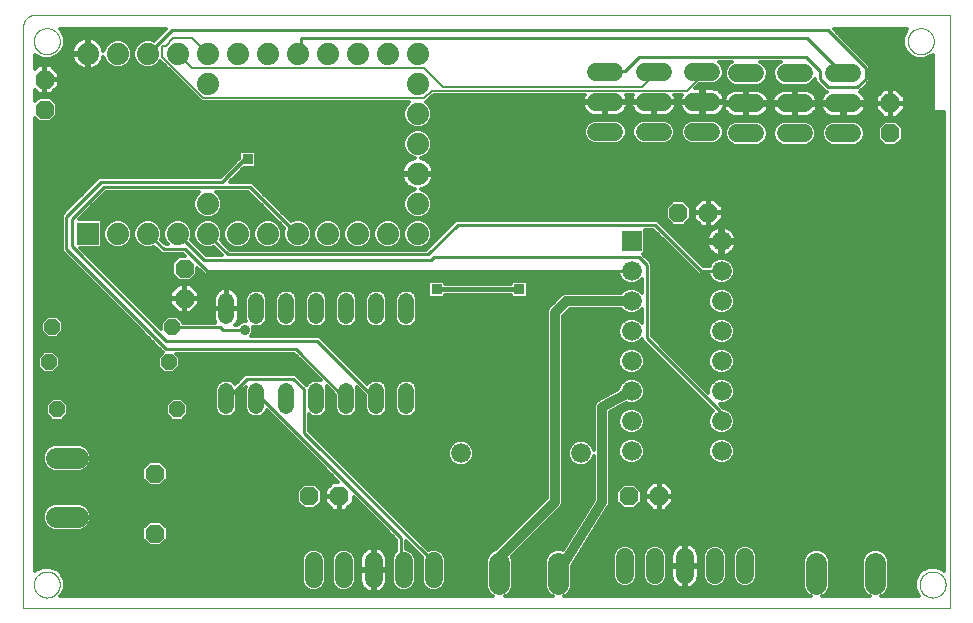
<source format=gbl>
G75*
%MOIN*%
%OFA0B0*%
%FSLAX25Y25*%
%IPPOS*%
%LPD*%
%AMOC8*
5,1,8,0,0,1.08239X$1,22.5*
%
%ADD10C,0.00000*%
%ADD11OC8,0.06300*%
%ADD12C,0.06600*%
%ADD13C,0.05200*%
%ADD14C,0.06000*%
%ADD15OC8,0.05200*%
%ADD16R,0.06600X0.06600*%
%ADD17C,0.07050*%
%ADD18C,0.05937*%
%ADD19R,0.07400X0.07400*%
%ADD20C,0.07400*%
%ADD21C,0.01200*%
%ADD22C,0.00500*%
%ADD23C,0.01000*%
%ADD24R,0.03562X0.03562*%
%ADD25C,0.01600*%
%ADD26C,0.03200*%
%ADD27C,0.03600*%
D10*
X0003194Y0010283D02*
X0003194Y0204060D01*
X0003196Y0204185D01*
X0003202Y0204310D01*
X0003211Y0204434D01*
X0003225Y0204559D01*
X0003242Y0204682D01*
X0003263Y0204806D01*
X0003288Y0204928D01*
X0003317Y0205050D01*
X0003349Y0205171D01*
X0003385Y0205290D01*
X0003425Y0205409D01*
X0003468Y0205526D01*
X0003515Y0205642D01*
X0003565Y0205756D01*
X0003619Y0205869D01*
X0003677Y0205980D01*
X0003738Y0206089D01*
X0003802Y0206196D01*
X0003869Y0206301D01*
X0003940Y0206405D01*
X0004014Y0206505D01*
X0004090Y0206604D01*
X0004170Y0206700D01*
X0004253Y0206794D01*
X0004339Y0206885D01*
X0004427Y0206973D01*
X0004518Y0207059D01*
X0004612Y0207142D01*
X0004708Y0207222D01*
X0004807Y0207298D01*
X0004907Y0207372D01*
X0005011Y0207443D01*
X0005116Y0207510D01*
X0005223Y0207574D01*
X0005332Y0207635D01*
X0005443Y0207693D01*
X0005556Y0207747D01*
X0005670Y0207797D01*
X0005786Y0207844D01*
X0005903Y0207887D01*
X0006022Y0207927D01*
X0006141Y0207963D01*
X0006262Y0207995D01*
X0006384Y0208024D01*
X0006506Y0208049D01*
X0006630Y0208070D01*
X0006753Y0208087D01*
X0006878Y0208101D01*
X0007002Y0208110D01*
X0007127Y0208116D01*
X0007252Y0208118D01*
X0312131Y0208118D01*
X0312131Y0010283D01*
X0003194Y0010283D01*
X0006737Y0018157D02*
X0006739Y0018288D01*
X0006745Y0018420D01*
X0006755Y0018551D01*
X0006769Y0018682D01*
X0006787Y0018812D01*
X0006809Y0018941D01*
X0006834Y0019070D01*
X0006864Y0019198D01*
X0006898Y0019325D01*
X0006935Y0019452D01*
X0006976Y0019576D01*
X0007021Y0019700D01*
X0007070Y0019822D01*
X0007122Y0019943D01*
X0007178Y0020061D01*
X0007238Y0020179D01*
X0007301Y0020294D01*
X0007368Y0020407D01*
X0007438Y0020519D01*
X0007511Y0020628D01*
X0007587Y0020734D01*
X0007667Y0020839D01*
X0007750Y0020941D01*
X0007836Y0021040D01*
X0007925Y0021137D01*
X0008017Y0021231D01*
X0008112Y0021322D01*
X0008209Y0021411D01*
X0008309Y0021496D01*
X0008412Y0021578D01*
X0008517Y0021657D01*
X0008624Y0021733D01*
X0008734Y0021805D01*
X0008846Y0021874D01*
X0008960Y0021940D01*
X0009075Y0022002D01*
X0009193Y0022061D01*
X0009312Y0022116D01*
X0009433Y0022168D01*
X0009556Y0022215D01*
X0009680Y0022259D01*
X0009805Y0022300D01*
X0009931Y0022336D01*
X0010059Y0022369D01*
X0010187Y0022397D01*
X0010316Y0022422D01*
X0010446Y0022443D01*
X0010576Y0022460D01*
X0010707Y0022473D01*
X0010838Y0022482D01*
X0010969Y0022487D01*
X0011101Y0022488D01*
X0011232Y0022485D01*
X0011364Y0022478D01*
X0011495Y0022467D01*
X0011625Y0022452D01*
X0011755Y0022433D01*
X0011885Y0022410D01*
X0012013Y0022384D01*
X0012141Y0022353D01*
X0012268Y0022318D01*
X0012394Y0022280D01*
X0012518Y0022238D01*
X0012642Y0022192D01*
X0012763Y0022142D01*
X0012883Y0022089D01*
X0013002Y0022032D01*
X0013119Y0021972D01*
X0013233Y0021908D01*
X0013346Y0021840D01*
X0013457Y0021769D01*
X0013566Y0021695D01*
X0013672Y0021618D01*
X0013776Y0021537D01*
X0013877Y0021454D01*
X0013976Y0021367D01*
X0014072Y0021277D01*
X0014165Y0021184D01*
X0014256Y0021089D01*
X0014343Y0020991D01*
X0014428Y0020890D01*
X0014509Y0020787D01*
X0014587Y0020681D01*
X0014662Y0020573D01*
X0014734Y0020463D01*
X0014802Y0020351D01*
X0014867Y0020237D01*
X0014928Y0020120D01*
X0014986Y0020002D01*
X0015040Y0019882D01*
X0015091Y0019761D01*
X0015138Y0019638D01*
X0015181Y0019514D01*
X0015220Y0019389D01*
X0015256Y0019262D01*
X0015287Y0019134D01*
X0015315Y0019006D01*
X0015339Y0018877D01*
X0015359Y0018747D01*
X0015375Y0018616D01*
X0015387Y0018485D01*
X0015395Y0018354D01*
X0015399Y0018223D01*
X0015399Y0018091D01*
X0015395Y0017960D01*
X0015387Y0017829D01*
X0015375Y0017698D01*
X0015359Y0017567D01*
X0015339Y0017437D01*
X0015315Y0017308D01*
X0015287Y0017180D01*
X0015256Y0017052D01*
X0015220Y0016925D01*
X0015181Y0016800D01*
X0015138Y0016676D01*
X0015091Y0016553D01*
X0015040Y0016432D01*
X0014986Y0016312D01*
X0014928Y0016194D01*
X0014867Y0016077D01*
X0014802Y0015963D01*
X0014734Y0015851D01*
X0014662Y0015741D01*
X0014587Y0015633D01*
X0014509Y0015527D01*
X0014428Y0015424D01*
X0014343Y0015323D01*
X0014256Y0015225D01*
X0014165Y0015130D01*
X0014072Y0015037D01*
X0013976Y0014947D01*
X0013877Y0014860D01*
X0013776Y0014777D01*
X0013672Y0014696D01*
X0013566Y0014619D01*
X0013457Y0014545D01*
X0013346Y0014474D01*
X0013234Y0014406D01*
X0013119Y0014342D01*
X0013002Y0014282D01*
X0012883Y0014225D01*
X0012763Y0014172D01*
X0012642Y0014122D01*
X0012518Y0014076D01*
X0012394Y0014034D01*
X0012268Y0013996D01*
X0012141Y0013961D01*
X0012013Y0013930D01*
X0011885Y0013904D01*
X0011755Y0013881D01*
X0011625Y0013862D01*
X0011495Y0013847D01*
X0011364Y0013836D01*
X0011232Y0013829D01*
X0011101Y0013826D01*
X0010969Y0013827D01*
X0010838Y0013832D01*
X0010707Y0013841D01*
X0010576Y0013854D01*
X0010446Y0013871D01*
X0010316Y0013892D01*
X0010187Y0013917D01*
X0010059Y0013945D01*
X0009931Y0013978D01*
X0009805Y0014014D01*
X0009680Y0014055D01*
X0009556Y0014099D01*
X0009433Y0014146D01*
X0009312Y0014198D01*
X0009193Y0014253D01*
X0009075Y0014312D01*
X0008960Y0014374D01*
X0008846Y0014440D01*
X0008734Y0014509D01*
X0008624Y0014581D01*
X0008517Y0014657D01*
X0008412Y0014736D01*
X0008309Y0014818D01*
X0008209Y0014903D01*
X0008112Y0014992D01*
X0008017Y0015083D01*
X0007925Y0015177D01*
X0007836Y0015274D01*
X0007750Y0015373D01*
X0007667Y0015475D01*
X0007587Y0015580D01*
X0007511Y0015686D01*
X0007438Y0015795D01*
X0007368Y0015907D01*
X0007301Y0016020D01*
X0007238Y0016135D01*
X0007178Y0016253D01*
X0007122Y0016371D01*
X0007070Y0016492D01*
X0007021Y0016614D01*
X0006976Y0016738D01*
X0006935Y0016862D01*
X0006898Y0016989D01*
X0006864Y0017116D01*
X0006834Y0017244D01*
X0006809Y0017373D01*
X0006787Y0017502D01*
X0006769Y0017632D01*
X0006755Y0017763D01*
X0006745Y0017894D01*
X0006739Y0018026D01*
X0006737Y0018157D01*
X0006737Y0199260D02*
X0006739Y0199391D01*
X0006745Y0199523D01*
X0006755Y0199654D01*
X0006769Y0199785D01*
X0006787Y0199915D01*
X0006809Y0200044D01*
X0006834Y0200173D01*
X0006864Y0200301D01*
X0006898Y0200428D01*
X0006935Y0200555D01*
X0006976Y0200679D01*
X0007021Y0200803D01*
X0007070Y0200925D01*
X0007122Y0201046D01*
X0007178Y0201164D01*
X0007238Y0201282D01*
X0007301Y0201397D01*
X0007368Y0201510D01*
X0007438Y0201622D01*
X0007511Y0201731D01*
X0007587Y0201837D01*
X0007667Y0201942D01*
X0007750Y0202044D01*
X0007836Y0202143D01*
X0007925Y0202240D01*
X0008017Y0202334D01*
X0008112Y0202425D01*
X0008209Y0202514D01*
X0008309Y0202599D01*
X0008412Y0202681D01*
X0008517Y0202760D01*
X0008624Y0202836D01*
X0008734Y0202908D01*
X0008846Y0202977D01*
X0008960Y0203043D01*
X0009075Y0203105D01*
X0009193Y0203164D01*
X0009312Y0203219D01*
X0009433Y0203271D01*
X0009556Y0203318D01*
X0009680Y0203362D01*
X0009805Y0203403D01*
X0009931Y0203439D01*
X0010059Y0203472D01*
X0010187Y0203500D01*
X0010316Y0203525D01*
X0010446Y0203546D01*
X0010576Y0203563D01*
X0010707Y0203576D01*
X0010838Y0203585D01*
X0010969Y0203590D01*
X0011101Y0203591D01*
X0011232Y0203588D01*
X0011364Y0203581D01*
X0011495Y0203570D01*
X0011625Y0203555D01*
X0011755Y0203536D01*
X0011885Y0203513D01*
X0012013Y0203487D01*
X0012141Y0203456D01*
X0012268Y0203421D01*
X0012394Y0203383D01*
X0012518Y0203341D01*
X0012642Y0203295D01*
X0012763Y0203245D01*
X0012883Y0203192D01*
X0013002Y0203135D01*
X0013119Y0203075D01*
X0013233Y0203011D01*
X0013346Y0202943D01*
X0013457Y0202872D01*
X0013566Y0202798D01*
X0013672Y0202721D01*
X0013776Y0202640D01*
X0013877Y0202557D01*
X0013976Y0202470D01*
X0014072Y0202380D01*
X0014165Y0202287D01*
X0014256Y0202192D01*
X0014343Y0202094D01*
X0014428Y0201993D01*
X0014509Y0201890D01*
X0014587Y0201784D01*
X0014662Y0201676D01*
X0014734Y0201566D01*
X0014802Y0201454D01*
X0014867Y0201340D01*
X0014928Y0201223D01*
X0014986Y0201105D01*
X0015040Y0200985D01*
X0015091Y0200864D01*
X0015138Y0200741D01*
X0015181Y0200617D01*
X0015220Y0200492D01*
X0015256Y0200365D01*
X0015287Y0200237D01*
X0015315Y0200109D01*
X0015339Y0199980D01*
X0015359Y0199850D01*
X0015375Y0199719D01*
X0015387Y0199588D01*
X0015395Y0199457D01*
X0015399Y0199326D01*
X0015399Y0199194D01*
X0015395Y0199063D01*
X0015387Y0198932D01*
X0015375Y0198801D01*
X0015359Y0198670D01*
X0015339Y0198540D01*
X0015315Y0198411D01*
X0015287Y0198283D01*
X0015256Y0198155D01*
X0015220Y0198028D01*
X0015181Y0197903D01*
X0015138Y0197779D01*
X0015091Y0197656D01*
X0015040Y0197535D01*
X0014986Y0197415D01*
X0014928Y0197297D01*
X0014867Y0197180D01*
X0014802Y0197066D01*
X0014734Y0196954D01*
X0014662Y0196844D01*
X0014587Y0196736D01*
X0014509Y0196630D01*
X0014428Y0196527D01*
X0014343Y0196426D01*
X0014256Y0196328D01*
X0014165Y0196233D01*
X0014072Y0196140D01*
X0013976Y0196050D01*
X0013877Y0195963D01*
X0013776Y0195880D01*
X0013672Y0195799D01*
X0013566Y0195722D01*
X0013457Y0195648D01*
X0013346Y0195577D01*
X0013234Y0195509D01*
X0013119Y0195445D01*
X0013002Y0195385D01*
X0012883Y0195328D01*
X0012763Y0195275D01*
X0012642Y0195225D01*
X0012518Y0195179D01*
X0012394Y0195137D01*
X0012268Y0195099D01*
X0012141Y0195064D01*
X0012013Y0195033D01*
X0011885Y0195007D01*
X0011755Y0194984D01*
X0011625Y0194965D01*
X0011495Y0194950D01*
X0011364Y0194939D01*
X0011232Y0194932D01*
X0011101Y0194929D01*
X0010969Y0194930D01*
X0010838Y0194935D01*
X0010707Y0194944D01*
X0010576Y0194957D01*
X0010446Y0194974D01*
X0010316Y0194995D01*
X0010187Y0195020D01*
X0010059Y0195048D01*
X0009931Y0195081D01*
X0009805Y0195117D01*
X0009680Y0195158D01*
X0009556Y0195202D01*
X0009433Y0195249D01*
X0009312Y0195301D01*
X0009193Y0195356D01*
X0009075Y0195415D01*
X0008960Y0195477D01*
X0008846Y0195543D01*
X0008734Y0195612D01*
X0008624Y0195684D01*
X0008517Y0195760D01*
X0008412Y0195839D01*
X0008309Y0195921D01*
X0008209Y0196006D01*
X0008112Y0196095D01*
X0008017Y0196186D01*
X0007925Y0196280D01*
X0007836Y0196377D01*
X0007750Y0196476D01*
X0007667Y0196578D01*
X0007587Y0196683D01*
X0007511Y0196789D01*
X0007438Y0196898D01*
X0007368Y0197010D01*
X0007301Y0197123D01*
X0007238Y0197238D01*
X0007178Y0197356D01*
X0007122Y0197474D01*
X0007070Y0197595D01*
X0007021Y0197717D01*
X0006976Y0197841D01*
X0006935Y0197965D01*
X0006898Y0198092D01*
X0006864Y0198219D01*
X0006834Y0198347D01*
X0006809Y0198476D01*
X0006787Y0198605D01*
X0006769Y0198735D01*
X0006755Y0198866D01*
X0006745Y0198997D01*
X0006739Y0199129D01*
X0006737Y0199260D01*
X0298075Y0199260D02*
X0298077Y0199391D01*
X0298083Y0199523D01*
X0298093Y0199654D01*
X0298107Y0199785D01*
X0298125Y0199915D01*
X0298147Y0200044D01*
X0298172Y0200173D01*
X0298202Y0200301D01*
X0298236Y0200428D01*
X0298273Y0200555D01*
X0298314Y0200679D01*
X0298359Y0200803D01*
X0298408Y0200925D01*
X0298460Y0201046D01*
X0298516Y0201164D01*
X0298576Y0201282D01*
X0298639Y0201397D01*
X0298706Y0201510D01*
X0298776Y0201622D01*
X0298849Y0201731D01*
X0298925Y0201837D01*
X0299005Y0201942D01*
X0299088Y0202044D01*
X0299174Y0202143D01*
X0299263Y0202240D01*
X0299355Y0202334D01*
X0299450Y0202425D01*
X0299547Y0202514D01*
X0299647Y0202599D01*
X0299750Y0202681D01*
X0299855Y0202760D01*
X0299962Y0202836D01*
X0300072Y0202908D01*
X0300184Y0202977D01*
X0300298Y0203043D01*
X0300413Y0203105D01*
X0300531Y0203164D01*
X0300650Y0203219D01*
X0300771Y0203271D01*
X0300894Y0203318D01*
X0301018Y0203362D01*
X0301143Y0203403D01*
X0301269Y0203439D01*
X0301397Y0203472D01*
X0301525Y0203500D01*
X0301654Y0203525D01*
X0301784Y0203546D01*
X0301914Y0203563D01*
X0302045Y0203576D01*
X0302176Y0203585D01*
X0302307Y0203590D01*
X0302439Y0203591D01*
X0302570Y0203588D01*
X0302702Y0203581D01*
X0302833Y0203570D01*
X0302963Y0203555D01*
X0303093Y0203536D01*
X0303223Y0203513D01*
X0303351Y0203487D01*
X0303479Y0203456D01*
X0303606Y0203421D01*
X0303732Y0203383D01*
X0303856Y0203341D01*
X0303980Y0203295D01*
X0304101Y0203245D01*
X0304221Y0203192D01*
X0304340Y0203135D01*
X0304457Y0203075D01*
X0304571Y0203011D01*
X0304684Y0202943D01*
X0304795Y0202872D01*
X0304904Y0202798D01*
X0305010Y0202721D01*
X0305114Y0202640D01*
X0305215Y0202557D01*
X0305314Y0202470D01*
X0305410Y0202380D01*
X0305503Y0202287D01*
X0305594Y0202192D01*
X0305681Y0202094D01*
X0305766Y0201993D01*
X0305847Y0201890D01*
X0305925Y0201784D01*
X0306000Y0201676D01*
X0306072Y0201566D01*
X0306140Y0201454D01*
X0306205Y0201340D01*
X0306266Y0201223D01*
X0306324Y0201105D01*
X0306378Y0200985D01*
X0306429Y0200864D01*
X0306476Y0200741D01*
X0306519Y0200617D01*
X0306558Y0200492D01*
X0306594Y0200365D01*
X0306625Y0200237D01*
X0306653Y0200109D01*
X0306677Y0199980D01*
X0306697Y0199850D01*
X0306713Y0199719D01*
X0306725Y0199588D01*
X0306733Y0199457D01*
X0306737Y0199326D01*
X0306737Y0199194D01*
X0306733Y0199063D01*
X0306725Y0198932D01*
X0306713Y0198801D01*
X0306697Y0198670D01*
X0306677Y0198540D01*
X0306653Y0198411D01*
X0306625Y0198283D01*
X0306594Y0198155D01*
X0306558Y0198028D01*
X0306519Y0197903D01*
X0306476Y0197779D01*
X0306429Y0197656D01*
X0306378Y0197535D01*
X0306324Y0197415D01*
X0306266Y0197297D01*
X0306205Y0197180D01*
X0306140Y0197066D01*
X0306072Y0196954D01*
X0306000Y0196844D01*
X0305925Y0196736D01*
X0305847Y0196630D01*
X0305766Y0196527D01*
X0305681Y0196426D01*
X0305594Y0196328D01*
X0305503Y0196233D01*
X0305410Y0196140D01*
X0305314Y0196050D01*
X0305215Y0195963D01*
X0305114Y0195880D01*
X0305010Y0195799D01*
X0304904Y0195722D01*
X0304795Y0195648D01*
X0304684Y0195577D01*
X0304572Y0195509D01*
X0304457Y0195445D01*
X0304340Y0195385D01*
X0304221Y0195328D01*
X0304101Y0195275D01*
X0303980Y0195225D01*
X0303856Y0195179D01*
X0303732Y0195137D01*
X0303606Y0195099D01*
X0303479Y0195064D01*
X0303351Y0195033D01*
X0303223Y0195007D01*
X0303093Y0194984D01*
X0302963Y0194965D01*
X0302833Y0194950D01*
X0302702Y0194939D01*
X0302570Y0194932D01*
X0302439Y0194929D01*
X0302307Y0194930D01*
X0302176Y0194935D01*
X0302045Y0194944D01*
X0301914Y0194957D01*
X0301784Y0194974D01*
X0301654Y0194995D01*
X0301525Y0195020D01*
X0301397Y0195048D01*
X0301269Y0195081D01*
X0301143Y0195117D01*
X0301018Y0195158D01*
X0300894Y0195202D01*
X0300771Y0195249D01*
X0300650Y0195301D01*
X0300531Y0195356D01*
X0300413Y0195415D01*
X0300298Y0195477D01*
X0300184Y0195543D01*
X0300072Y0195612D01*
X0299962Y0195684D01*
X0299855Y0195760D01*
X0299750Y0195839D01*
X0299647Y0195921D01*
X0299547Y0196006D01*
X0299450Y0196095D01*
X0299355Y0196186D01*
X0299263Y0196280D01*
X0299174Y0196377D01*
X0299088Y0196476D01*
X0299005Y0196578D01*
X0298925Y0196683D01*
X0298849Y0196789D01*
X0298776Y0196898D01*
X0298706Y0197010D01*
X0298639Y0197123D01*
X0298576Y0197238D01*
X0298516Y0197356D01*
X0298460Y0197474D01*
X0298408Y0197595D01*
X0298359Y0197717D01*
X0298314Y0197841D01*
X0298273Y0197965D01*
X0298236Y0198092D01*
X0298202Y0198219D01*
X0298172Y0198347D01*
X0298147Y0198476D01*
X0298125Y0198605D01*
X0298107Y0198735D01*
X0298093Y0198866D01*
X0298083Y0198997D01*
X0298077Y0199129D01*
X0298075Y0199260D01*
X0302012Y0018157D02*
X0302014Y0018288D01*
X0302020Y0018420D01*
X0302030Y0018551D01*
X0302044Y0018682D01*
X0302062Y0018812D01*
X0302084Y0018941D01*
X0302109Y0019070D01*
X0302139Y0019198D01*
X0302173Y0019325D01*
X0302210Y0019452D01*
X0302251Y0019576D01*
X0302296Y0019700D01*
X0302345Y0019822D01*
X0302397Y0019943D01*
X0302453Y0020061D01*
X0302513Y0020179D01*
X0302576Y0020294D01*
X0302643Y0020407D01*
X0302713Y0020519D01*
X0302786Y0020628D01*
X0302862Y0020734D01*
X0302942Y0020839D01*
X0303025Y0020941D01*
X0303111Y0021040D01*
X0303200Y0021137D01*
X0303292Y0021231D01*
X0303387Y0021322D01*
X0303484Y0021411D01*
X0303584Y0021496D01*
X0303687Y0021578D01*
X0303792Y0021657D01*
X0303899Y0021733D01*
X0304009Y0021805D01*
X0304121Y0021874D01*
X0304235Y0021940D01*
X0304350Y0022002D01*
X0304468Y0022061D01*
X0304587Y0022116D01*
X0304708Y0022168D01*
X0304831Y0022215D01*
X0304955Y0022259D01*
X0305080Y0022300D01*
X0305206Y0022336D01*
X0305334Y0022369D01*
X0305462Y0022397D01*
X0305591Y0022422D01*
X0305721Y0022443D01*
X0305851Y0022460D01*
X0305982Y0022473D01*
X0306113Y0022482D01*
X0306244Y0022487D01*
X0306376Y0022488D01*
X0306507Y0022485D01*
X0306639Y0022478D01*
X0306770Y0022467D01*
X0306900Y0022452D01*
X0307030Y0022433D01*
X0307160Y0022410D01*
X0307288Y0022384D01*
X0307416Y0022353D01*
X0307543Y0022318D01*
X0307669Y0022280D01*
X0307793Y0022238D01*
X0307917Y0022192D01*
X0308038Y0022142D01*
X0308158Y0022089D01*
X0308277Y0022032D01*
X0308394Y0021972D01*
X0308508Y0021908D01*
X0308621Y0021840D01*
X0308732Y0021769D01*
X0308841Y0021695D01*
X0308947Y0021618D01*
X0309051Y0021537D01*
X0309152Y0021454D01*
X0309251Y0021367D01*
X0309347Y0021277D01*
X0309440Y0021184D01*
X0309531Y0021089D01*
X0309618Y0020991D01*
X0309703Y0020890D01*
X0309784Y0020787D01*
X0309862Y0020681D01*
X0309937Y0020573D01*
X0310009Y0020463D01*
X0310077Y0020351D01*
X0310142Y0020237D01*
X0310203Y0020120D01*
X0310261Y0020002D01*
X0310315Y0019882D01*
X0310366Y0019761D01*
X0310413Y0019638D01*
X0310456Y0019514D01*
X0310495Y0019389D01*
X0310531Y0019262D01*
X0310562Y0019134D01*
X0310590Y0019006D01*
X0310614Y0018877D01*
X0310634Y0018747D01*
X0310650Y0018616D01*
X0310662Y0018485D01*
X0310670Y0018354D01*
X0310674Y0018223D01*
X0310674Y0018091D01*
X0310670Y0017960D01*
X0310662Y0017829D01*
X0310650Y0017698D01*
X0310634Y0017567D01*
X0310614Y0017437D01*
X0310590Y0017308D01*
X0310562Y0017180D01*
X0310531Y0017052D01*
X0310495Y0016925D01*
X0310456Y0016800D01*
X0310413Y0016676D01*
X0310366Y0016553D01*
X0310315Y0016432D01*
X0310261Y0016312D01*
X0310203Y0016194D01*
X0310142Y0016077D01*
X0310077Y0015963D01*
X0310009Y0015851D01*
X0309937Y0015741D01*
X0309862Y0015633D01*
X0309784Y0015527D01*
X0309703Y0015424D01*
X0309618Y0015323D01*
X0309531Y0015225D01*
X0309440Y0015130D01*
X0309347Y0015037D01*
X0309251Y0014947D01*
X0309152Y0014860D01*
X0309051Y0014777D01*
X0308947Y0014696D01*
X0308841Y0014619D01*
X0308732Y0014545D01*
X0308621Y0014474D01*
X0308509Y0014406D01*
X0308394Y0014342D01*
X0308277Y0014282D01*
X0308158Y0014225D01*
X0308038Y0014172D01*
X0307917Y0014122D01*
X0307793Y0014076D01*
X0307669Y0014034D01*
X0307543Y0013996D01*
X0307416Y0013961D01*
X0307288Y0013930D01*
X0307160Y0013904D01*
X0307030Y0013881D01*
X0306900Y0013862D01*
X0306770Y0013847D01*
X0306639Y0013836D01*
X0306507Y0013829D01*
X0306376Y0013826D01*
X0306244Y0013827D01*
X0306113Y0013832D01*
X0305982Y0013841D01*
X0305851Y0013854D01*
X0305721Y0013871D01*
X0305591Y0013892D01*
X0305462Y0013917D01*
X0305334Y0013945D01*
X0305206Y0013978D01*
X0305080Y0014014D01*
X0304955Y0014055D01*
X0304831Y0014099D01*
X0304708Y0014146D01*
X0304587Y0014198D01*
X0304468Y0014253D01*
X0304350Y0014312D01*
X0304235Y0014374D01*
X0304121Y0014440D01*
X0304009Y0014509D01*
X0303899Y0014581D01*
X0303792Y0014657D01*
X0303687Y0014736D01*
X0303584Y0014818D01*
X0303484Y0014903D01*
X0303387Y0014992D01*
X0303292Y0015083D01*
X0303200Y0015177D01*
X0303111Y0015274D01*
X0303025Y0015373D01*
X0302942Y0015475D01*
X0302862Y0015580D01*
X0302786Y0015686D01*
X0302713Y0015795D01*
X0302643Y0015907D01*
X0302576Y0016020D01*
X0302513Y0016135D01*
X0302453Y0016253D01*
X0302397Y0016371D01*
X0302345Y0016492D01*
X0302296Y0016614D01*
X0302251Y0016738D01*
X0302210Y0016862D01*
X0302173Y0016989D01*
X0302139Y0017116D01*
X0302109Y0017244D01*
X0302084Y0017373D01*
X0302062Y0017502D01*
X0302044Y0017632D01*
X0302030Y0017763D01*
X0302020Y0017894D01*
X0302014Y0018026D01*
X0302012Y0018157D01*
D11*
X0215202Y0047567D03*
X0205202Y0047567D03*
X0108587Y0047567D03*
X0098587Y0047567D03*
X0047170Y0055126D03*
X0047170Y0035126D03*
X0056973Y0113433D03*
X0056973Y0123433D03*
X0010359Y0176425D03*
X0010359Y0186425D03*
X0221580Y0142055D03*
X0231580Y0142055D03*
X0292249Y0168551D03*
X0292249Y0178551D03*
D12*
X0236028Y0132606D03*
X0236028Y0122606D03*
X0236028Y0112606D03*
X0236028Y0102606D03*
X0236028Y0092606D03*
X0236028Y0082606D03*
X0236028Y0072606D03*
X0236028Y0062606D03*
X0206028Y0062606D03*
X0206028Y0072606D03*
X0206028Y0082606D03*
X0206028Y0092606D03*
X0206028Y0102606D03*
X0206028Y0112606D03*
X0206028Y0122606D03*
X0189099Y0061937D03*
X0149099Y0061937D03*
D13*
X0130910Y0077565D02*
X0130910Y0082765D01*
X0120910Y0082765D02*
X0120910Y0077565D01*
X0110910Y0077565D02*
X0110910Y0082765D01*
X0100910Y0082765D02*
X0100910Y0077565D01*
X0090910Y0077565D02*
X0090910Y0082765D01*
X0080910Y0082765D02*
X0080910Y0077565D01*
X0070910Y0077565D02*
X0070910Y0082765D01*
X0070910Y0107565D02*
X0070910Y0112765D01*
X0080910Y0112765D02*
X0080910Y0107565D01*
X0090910Y0107565D02*
X0090910Y0112765D01*
X0100910Y0112765D02*
X0100910Y0107565D01*
X0110910Y0107565D02*
X0110910Y0112765D01*
X0120910Y0112765D02*
X0120910Y0107565D01*
X0130910Y0107565D02*
X0130910Y0112765D01*
D14*
X0194209Y0168984D02*
X0200209Y0168984D01*
X0210391Y0168984D02*
X0216391Y0168984D01*
X0226572Y0168984D02*
X0232572Y0168984D01*
X0241217Y0168551D02*
X0247217Y0168551D01*
X0257398Y0168551D02*
X0263398Y0168551D01*
X0273580Y0168551D02*
X0279580Y0168551D01*
X0279580Y0178551D02*
X0273580Y0178551D01*
X0263398Y0178551D02*
X0257398Y0178551D01*
X0247217Y0178551D02*
X0241217Y0178551D01*
X0232572Y0178984D02*
X0226572Y0178984D01*
X0216391Y0178984D02*
X0210391Y0178984D01*
X0200209Y0178984D02*
X0194209Y0178984D01*
X0194209Y0188984D02*
X0200209Y0188984D01*
X0210391Y0188984D02*
X0216391Y0188984D01*
X0226572Y0188984D02*
X0232572Y0188984D01*
X0241217Y0188551D02*
X0247217Y0188551D01*
X0257398Y0188551D02*
X0263398Y0188551D01*
X0273580Y0188551D02*
X0279580Y0188551D01*
D15*
X0054493Y0076504D03*
X0051737Y0092252D03*
X0052918Y0104063D03*
X0012918Y0104063D03*
X0011737Y0092252D03*
X0014493Y0076504D03*
D16*
X0206028Y0132606D03*
D17*
X0181619Y0025462D02*
X0181619Y0018412D01*
X0161934Y0018412D02*
X0161934Y0025462D01*
X0267603Y0025462D02*
X0267603Y0018412D01*
X0287288Y0018412D02*
X0287288Y0025462D01*
X0021325Y0040717D02*
X0014275Y0040717D01*
X0014275Y0060402D02*
X0021325Y0060402D01*
D18*
X0100044Y0025969D02*
X0100044Y0020031D01*
X0110044Y0020031D02*
X0110044Y0025969D01*
X0120044Y0025969D02*
X0120044Y0020031D01*
X0130044Y0020031D02*
X0130044Y0025969D01*
X0140044Y0025969D02*
X0140044Y0020031D01*
X0203824Y0021331D02*
X0203824Y0027268D01*
X0213824Y0027268D02*
X0213824Y0021331D01*
X0223824Y0021331D02*
X0223824Y0027268D01*
X0233824Y0027268D02*
X0233824Y0021331D01*
X0243824Y0021331D02*
X0243824Y0027268D01*
D19*
X0024729Y0135087D03*
D20*
X0034729Y0135087D03*
X0044729Y0135087D03*
X0054729Y0135087D03*
X0064729Y0135087D03*
X0074729Y0135087D03*
X0084729Y0135087D03*
X0094729Y0135087D03*
X0104729Y0135087D03*
X0114729Y0135087D03*
X0124729Y0135087D03*
X0134729Y0135087D03*
X0134729Y0145087D03*
X0134729Y0155087D03*
X0134729Y0165087D03*
X0134729Y0175087D03*
X0134729Y0185087D03*
X0134729Y0195087D03*
X0124729Y0195087D03*
X0114729Y0195087D03*
X0104729Y0195087D03*
X0094729Y0195087D03*
X0084729Y0195087D03*
X0074729Y0195087D03*
X0064729Y0195087D03*
X0054729Y0195087D03*
X0044729Y0195087D03*
X0034729Y0195087D03*
X0024729Y0195087D03*
X0064729Y0185087D03*
X0064729Y0145087D03*
D21*
X0060290Y0146914D02*
X0028687Y0146914D01*
X0029885Y0148112D02*
X0060967Y0148112D01*
X0060660Y0147806D02*
X0059929Y0146041D01*
X0059929Y0144132D01*
X0060660Y0142368D01*
X0062010Y0141017D01*
X0063774Y0140287D01*
X0065684Y0140287D01*
X0067448Y0141017D01*
X0068798Y0142368D01*
X0069529Y0144132D01*
X0069529Y0146041D01*
X0068798Y0147806D01*
X0067520Y0149083D01*
X0078131Y0149083D01*
X0090293Y0136921D01*
X0089929Y0136041D01*
X0089929Y0134132D01*
X0090660Y0132368D01*
X0092010Y0131017D01*
X0093774Y0130287D01*
X0095684Y0130287D01*
X0097448Y0131017D01*
X0098798Y0132368D01*
X0099529Y0134132D01*
X0099529Y0136041D01*
X0098798Y0137806D01*
X0097448Y0139156D01*
X0095684Y0139887D01*
X0093774Y0139887D01*
X0092416Y0139324D01*
X0079456Y0152283D01*
X0071998Y0152283D01*
X0076723Y0157009D01*
X0080234Y0157009D01*
X0080878Y0157653D01*
X0080878Y0162127D01*
X0080234Y0162771D01*
X0075760Y0162771D01*
X0075116Y0162127D01*
X0075116Y0160210D01*
X0068990Y0154083D01*
X0028631Y0154083D01*
X0016931Y0142383D01*
X0015994Y0141446D01*
X0015994Y0129321D01*
X0049294Y0096021D01*
X0049783Y0095531D01*
X0048037Y0093785D01*
X0048037Y0090719D01*
X0050204Y0088552D01*
X0053270Y0088552D01*
X0055437Y0090719D01*
X0055437Y0093785D01*
X0054138Y0095083D01*
X0093431Y0095083D01*
X0102334Y0086180D01*
X0101646Y0086465D01*
X0100174Y0086465D01*
X0098814Y0085902D01*
X0097774Y0084861D01*
X0097658Y0084582D01*
X0097456Y0084783D01*
X0093856Y0088383D01*
X0077231Y0088383D01*
X0076294Y0087446D01*
X0073878Y0085030D01*
X0073006Y0085902D01*
X0071646Y0086465D01*
X0070174Y0086465D01*
X0068814Y0085902D01*
X0067774Y0084861D01*
X0067210Y0083501D01*
X0067210Y0076829D01*
X0067774Y0075469D01*
X0068814Y0074429D01*
X0070174Y0073865D01*
X0071646Y0073865D01*
X0073006Y0074429D01*
X0074047Y0075469D01*
X0074610Y0076829D01*
X0074610Y0081237D01*
X0077448Y0084075D01*
X0077210Y0083501D01*
X0077210Y0076829D01*
X0077774Y0075469D01*
X0078814Y0074429D01*
X0080174Y0073865D01*
X0081646Y0073865D01*
X0083006Y0074429D01*
X0084047Y0075469D01*
X0084369Y0076246D01*
X0108298Y0052317D01*
X0106620Y0052317D01*
X0103837Y0049534D01*
X0103837Y0047767D01*
X0108387Y0047767D01*
X0108387Y0047367D01*
X0103837Y0047367D01*
X0103837Y0045599D01*
X0106620Y0042817D01*
X0108387Y0042817D01*
X0108387Y0047367D01*
X0108787Y0047367D01*
X0108787Y0042817D01*
X0110555Y0042817D01*
X0113337Y0045599D01*
X0113337Y0047277D01*
X0127594Y0033021D01*
X0127594Y0029272D01*
X0126595Y0028273D01*
X0125976Y0026778D01*
X0125976Y0019222D01*
X0126595Y0017727D01*
X0127739Y0016582D01*
X0129235Y0015963D01*
X0130853Y0015963D01*
X0132349Y0016582D01*
X0133493Y0017727D01*
X0134113Y0019222D01*
X0134113Y0026778D01*
X0133493Y0028273D01*
X0132349Y0029418D01*
X0130853Y0030037D01*
X0130794Y0030037D01*
X0130794Y0032521D01*
X0136140Y0027174D01*
X0135976Y0026778D01*
X0135976Y0019222D01*
X0136595Y0017727D01*
X0137739Y0016582D01*
X0139235Y0015963D01*
X0140853Y0015963D01*
X0142349Y0016582D01*
X0143493Y0017727D01*
X0144113Y0019222D01*
X0144113Y0026778D01*
X0143493Y0028273D01*
X0142349Y0029418D01*
X0140853Y0030037D01*
X0139235Y0030037D01*
X0138222Y0029618D01*
X0098394Y0069446D01*
X0098394Y0074849D01*
X0098814Y0074429D01*
X0100174Y0073865D01*
X0101646Y0073865D01*
X0103006Y0074429D01*
X0104047Y0075469D01*
X0104610Y0076829D01*
X0104610Y0083501D01*
X0104325Y0084189D01*
X0107210Y0081304D01*
X0107210Y0076829D01*
X0107774Y0075469D01*
X0108814Y0074429D01*
X0110174Y0073865D01*
X0111646Y0073865D01*
X0113006Y0074429D01*
X0114047Y0075469D01*
X0114610Y0076829D01*
X0114610Y0083501D01*
X0114396Y0084018D01*
X0117210Y0081204D01*
X0117210Y0076829D01*
X0117774Y0075469D01*
X0118814Y0074429D01*
X0120174Y0073865D01*
X0121646Y0073865D01*
X0123006Y0074429D01*
X0124047Y0075469D01*
X0124610Y0076829D01*
X0124610Y0083501D01*
X0124047Y0084861D01*
X0123006Y0085902D01*
X0121646Y0086465D01*
X0120174Y0086465D01*
X0118814Y0085902D01*
X0117926Y0085014D01*
X0102894Y0100046D01*
X0101956Y0100983D01*
X0079095Y0100983D01*
X0079452Y0101341D01*
X0079894Y0102407D01*
X0079894Y0103560D01*
X0079683Y0104069D01*
X0080174Y0103865D01*
X0081646Y0103865D01*
X0083006Y0104429D01*
X0084047Y0105469D01*
X0084610Y0106829D01*
X0084610Y0113501D01*
X0084047Y0114861D01*
X0083006Y0115902D01*
X0081646Y0116465D01*
X0080174Y0116465D01*
X0078814Y0115902D01*
X0077774Y0114861D01*
X0077210Y0113501D01*
X0077210Y0106829D01*
X0077609Y0105868D01*
X0077571Y0105883D01*
X0076417Y0105883D01*
X0075351Y0105442D01*
X0074535Y0104626D01*
X0074518Y0104583D01*
X0073868Y0104583D01*
X0074114Y0104829D01*
X0074502Y0105364D01*
X0074803Y0105953D01*
X0075007Y0106582D01*
X0075110Y0107235D01*
X0075110Y0109965D01*
X0071110Y0109965D01*
X0071110Y0110365D01*
X0075110Y0110365D01*
X0075110Y0113096D01*
X0075007Y0113749D01*
X0074803Y0114378D01*
X0074502Y0114967D01*
X0074114Y0115501D01*
X0073646Y0115969D01*
X0073112Y0116358D01*
X0072522Y0116658D01*
X0071894Y0116862D01*
X0071241Y0116965D01*
X0071110Y0116965D01*
X0071110Y0110365D01*
X0070710Y0110365D01*
X0070710Y0109965D01*
X0066710Y0109965D01*
X0066710Y0107235D01*
X0066814Y0106582D01*
X0067018Y0105953D01*
X0067257Y0105483D01*
X0056618Y0105483D01*
X0056618Y0105596D01*
X0054451Y0107763D01*
X0051386Y0107763D01*
X0049218Y0105596D01*
X0049218Y0103322D01*
X0022253Y0130287D01*
X0028885Y0130287D01*
X0029529Y0130931D01*
X0029529Y0139242D01*
X0028885Y0139887D01*
X0021660Y0139887D01*
X0030856Y0149083D01*
X0061938Y0149083D01*
X0060660Y0147806D01*
X0059929Y0145715D02*
X0027488Y0145715D01*
X0026290Y0144517D02*
X0059929Y0144517D01*
X0060266Y0143318D02*
X0025091Y0143318D01*
X0023893Y0142120D02*
X0060908Y0142120D01*
X0062242Y0140921D02*
X0022694Y0140921D01*
X0019064Y0144517D02*
X0007131Y0144517D01*
X0007131Y0145715D02*
X0020263Y0145715D01*
X0021461Y0146914D02*
X0007131Y0146914D01*
X0007131Y0148112D02*
X0022660Y0148112D01*
X0023858Y0149311D02*
X0007131Y0149311D01*
X0007131Y0150509D02*
X0025057Y0150509D01*
X0026255Y0151708D02*
X0007131Y0151708D01*
X0007131Y0152906D02*
X0027454Y0152906D01*
X0017866Y0143318D02*
X0007131Y0143318D01*
X0007131Y0142120D02*
X0016667Y0142120D01*
X0015994Y0140921D02*
X0007131Y0140921D01*
X0007131Y0139723D02*
X0015994Y0139723D01*
X0015994Y0138524D02*
X0007131Y0138524D01*
X0007131Y0137326D02*
X0015994Y0137326D01*
X0015994Y0136127D02*
X0007131Y0136127D01*
X0007131Y0134929D02*
X0015994Y0134929D01*
X0015994Y0133730D02*
X0007131Y0133730D01*
X0007131Y0132532D02*
X0015994Y0132532D01*
X0015994Y0131333D02*
X0007131Y0131333D01*
X0007131Y0130135D02*
X0015994Y0130135D01*
X0016378Y0128936D02*
X0007131Y0128936D01*
X0007131Y0127738D02*
X0017577Y0127738D01*
X0018775Y0126539D02*
X0007131Y0126539D01*
X0007131Y0125341D02*
X0019974Y0125341D01*
X0021172Y0124142D02*
X0007131Y0124142D01*
X0007131Y0122944D02*
X0022371Y0122944D01*
X0023569Y0121745D02*
X0007131Y0121745D01*
X0007131Y0120547D02*
X0024768Y0120547D01*
X0025966Y0119348D02*
X0007131Y0119348D01*
X0007131Y0118149D02*
X0027165Y0118149D01*
X0028363Y0116951D02*
X0007131Y0116951D01*
X0007131Y0115752D02*
X0029562Y0115752D01*
X0030760Y0114554D02*
X0007131Y0114554D01*
X0007131Y0113355D02*
X0031959Y0113355D01*
X0033157Y0112157D02*
X0007131Y0112157D01*
X0007131Y0110958D02*
X0034356Y0110958D01*
X0035555Y0109760D02*
X0007131Y0109760D01*
X0007131Y0108561D02*
X0036753Y0108561D01*
X0037952Y0107363D02*
X0014851Y0107363D01*
X0014451Y0107763D02*
X0011386Y0107763D01*
X0009218Y0105596D01*
X0009218Y0102530D01*
X0011386Y0100363D01*
X0014451Y0100363D01*
X0016618Y0102530D01*
X0016618Y0105596D01*
X0014451Y0107763D01*
X0016049Y0106164D02*
X0039150Y0106164D01*
X0040349Y0104966D02*
X0016618Y0104966D01*
X0016618Y0103767D02*
X0041547Y0103767D01*
X0042746Y0102569D02*
X0016618Y0102569D01*
X0015458Y0101370D02*
X0043944Y0101370D01*
X0045143Y0100172D02*
X0007131Y0100172D01*
X0007131Y0101370D02*
X0010378Y0101370D01*
X0009218Y0102569D02*
X0007131Y0102569D01*
X0007131Y0103767D02*
X0009218Y0103767D01*
X0009218Y0104966D02*
X0007131Y0104966D01*
X0007131Y0106164D02*
X0009787Y0106164D01*
X0010985Y0107363D02*
X0007131Y0107363D01*
X0007131Y0098973D02*
X0046341Y0098973D01*
X0047540Y0097775D02*
X0007131Y0097775D01*
X0007131Y0096576D02*
X0048738Y0096576D01*
X0049630Y0095378D02*
X0013844Y0095378D01*
X0013270Y0095952D02*
X0010204Y0095952D01*
X0008037Y0093785D01*
X0008037Y0090719D01*
X0010204Y0088552D01*
X0013270Y0088552D01*
X0015437Y0090719D01*
X0015437Y0093785D01*
X0013270Y0095952D01*
X0015042Y0094179D02*
X0048432Y0094179D01*
X0048037Y0092981D02*
X0015437Y0092981D01*
X0015437Y0091782D02*
X0048037Y0091782D01*
X0048173Y0090584D02*
X0015301Y0090584D01*
X0014103Y0089385D02*
X0049371Y0089385D01*
X0054103Y0089385D02*
X0099129Y0089385D01*
X0097931Y0090584D02*
X0055301Y0090584D01*
X0055437Y0091782D02*
X0096732Y0091782D01*
X0095534Y0092981D02*
X0055437Y0092981D01*
X0055042Y0094179D02*
X0094335Y0094179D01*
X0102768Y0100172D02*
X0177659Y0100172D01*
X0177659Y0101370D02*
X0079464Y0101370D01*
X0079894Y0102569D02*
X0177659Y0102569D01*
X0177659Y0103767D02*
X0079808Y0103767D01*
X0077486Y0106164D02*
X0074871Y0106164D01*
X0074875Y0104966D02*
X0074213Y0104966D01*
X0075110Y0107363D02*
X0077210Y0107363D01*
X0077210Y0108561D02*
X0075110Y0108561D01*
X0075110Y0109760D02*
X0077210Y0109760D01*
X0077210Y0110958D02*
X0075110Y0110958D01*
X0075110Y0112157D02*
X0077210Y0112157D01*
X0077210Y0113355D02*
X0075069Y0113355D01*
X0074713Y0114554D02*
X0077646Y0114554D01*
X0078665Y0115752D02*
X0073863Y0115752D01*
X0071110Y0115752D02*
X0070710Y0115752D01*
X0070710Y0114554D02*
X0071110Y0114554D01*
X0071110Y0113355D02*
X0070710Y0113355D01*
X0070710Y0112157D02*
X0071110Y0112157D01*
X0071110Y0110958D02*
X0070710Y0110958D01*
X0070710Y0110365D02*
X0070710Y0116965D01*
X0070580Y0116965D01*
X0069927Y0116862D01*
X0069298Y0116658D01*
X0068709Y0116358D01*
X0068174Y0115969D01*
X0067707Y0115501D01*
X0067318Y0114967D01*
X0067018Y0114378D01*
X0066814Y0113749D01*
X0066710Y0113096D01*
X0066710Y0110365D01*
X0070710Y0110365D01*
X0066710Y0110958D02*
X0061216Y0110958D01*
X0061723Y0111466D02*
X0061723Y0113233D01*
X0057173Y0113233D01*
X0057173Y0108683D01*
X0058941Y0108683D01*
X0061723Y0111466D01*
X0061723Y0112157D02*
X0066710Y0112157D01*
X0066751Y0113355D02*
X0057173Y0113355D01*
X0057173Y0113233D02*
X0057173Y0113633D01*
X0056773Y0113633D01*
X0056773Y0113233D01*
X0052223Y0113233D01*
X0052223Y0111466D01*
X0055006Y0108683D01*
X0056773Y0108683D01*
X0056773Y0113233D01*
X0057173Y0113233D01*
X0057173Y0113633D02*
X0061723Y0113633D01*
X0061723Y0115401D01*
X0058941Y0118183D01*
X0057173Y0118183D01*
X0057173Y0113633D01*
X0056773Y0113633D02*
X0056773Y0118183D01*
X0055006Y0118183D01*
X0052223Y0115401D01*
X0052223Y0113633D01*
X0056773Y0113633D01*
X0056773Y0113355D02*
X0039184Y0113355D01*
X0040383Y0112157D02*
X0052223Y0112157D01*
X0052730Y0110958D02*
X0041581Y0110958D01*
X0042780Y0109760D02*
X0053929Y0109760D01*
X0054851Y0107363D02*
X0066710Y0107363D01*
X0066710Y0108561D02*
X0043978Y0108561D01*
X0045177Y0107363D02*
X0050985Y0107363D01*
X0049787Y0106164D02*
X0046376Y0106164D01*
X0047574Y0104966D02*
X0049218Y0104966D01*
X0049218Y0103767D02*
X0048773Y0103767D01*
X0056049Y0106164D02*
X0066949Y0106164D01*
X0066710Y0109760D02*
X0060018Y0109760D01*
X0057173Y0109760D02*
X0056773Y0109760D01*
X0056773Y0110958D02*
X0057173Y0110958D01*
X0057173Y0112157D02*
X0056773Y0112157D01*
X0056773Y0114554D02*
X0057173Y0114554D01*
X0057173Y0115752D02*
X0056773Y0115752D01*
X0056773Y0116951D02*
X0057173Y0116951D01*
X0057173Y0118149D02*
X0056773Y0118149D01*
X0054972Y0118149D02*
X0034390Y0118149D01*
X0035589Y0116951D02*
X0053774Y0116951D01*
X0052575Y0115752D02*
X0036787Y0115752D01*
X0037986Y0114554D02*
X0052223Y0114554D01*
X0055213Y0119183D02*
X0058734Y0119183D01*
X0061223Y0121673D01*
X0061223Y0123691D01*
X0063731Y0121183D01*
X0201855Y0121183D01*
X0202298Y0120114D01*
X0203536Y0118876D01*
X0205153Y0118206D01*
X0206904Y0118206D01*
X0208521Y0118876D01*
X0209494Y0119849D01*
X0209494Y0115363D01*
X0208521Y0116336D01*
X0206904Y0117006D01*
X0205153Y0117006D01*
X0203536Y0116336D01*
X0202506Y0115306D01*
X0196739Y0115306D01*
X0196644Y0115346D01*
X0183759Y0115346D01*
X0182767Y0114935D01*
X0178830Y0110998D01*
X0178070Y0110238D01*
X0177659Y0109246D01*
X0177659Y0046835D01*
X0160839Y0030014D01*
X0159314Y0029383D01*
X0158013Y0028082D01*
X0157309Y0026382D01*
X0157309Y0017492D01*
X0158013Y0015792D01*
X0159314Y0014491D01*
X0159967Y0014220D01*
X0015518Y0014220D01*
X0016096Y0014798D01*
X0016998Y0016978D01*
X0016998Y0019337D01*
X0016096Y0021517D01*
X0014427Y0023185D01*
X0012247Y0024088D01*
X0009888Y0024088D01*
X0007708Y0023185D01*
X0007131Y0022608D01*
X0007131Y0173643D01*
X0008599Y0172175D01*
X0012119Y0172175D01*
X0014609Y0174665D01*
X0014609Y0178186D01*
X0012119Y0180675D01*
X0008599Y0180675D01*
X0007131Y0179207D01*
X0007131Y0182936D01*
X0008392Y0181675D01*
X0010159Y0181675D01*
X0010159Y0186225D01*
X0010559Y0186225D01*
X0010559Y0181675D01*
X0012327Y0181675D01*
X0015109Y0184458D01*
X0015109Y0186225D01*
X0010559Y0186225D01*
X0010559Y0186625D01*
X0015109Y0186625D01*
X0015109Y0188393D01*
X0012327Y0191175D01*
X0010559Y0191175D01*
X0010559Y0186625D01*
X0010159Y0186625D01*
X0010159Y0191175D01*
X0008392Y0191175D01*
X0007131Y0189914D01*
X0007131Y0194810D01*
X0007708Y0194232D01*
X0009888Y0193329D01*
X0012247Y0193329D01*
X0014427Y0194232D01*
X0016096Y0195900D01*
X0016998Y0198080D01*
X0016998Y0200440D01*
X0016096Y0202619D01*
X0015518Y0203197D01*
X0050744Y0203197D01*
X0046921Y0199374D01*
X0045684Y0199887D01*
X0043774Y0199887D01*
X0042010Y0199156D01*
X0040660Y0197806D01*
X0039929Y0196041D01*
X0039929Y0194132D01*
X0040660Y0192368D01*
X0042010Y0191017D01*
X0043774Y0190287D01*
X0045684Y0190287D01*
X0047448Y0191017D01*
X0048798Y0192368D01*
X0048916Y0192652D01*
X0062635Y0178933D01*
X0131788Y0178933D01*
X0130660Y0177806D01*
X0129929Y0176041D01*
X0129929Y0174132D01*
X0130660Y0172368D01*
X0132010Y0171017D01*
X0133774Y0170287D01*
X0135684Y0170287D01*
X0137448Y0171017D01*
X0138798Y0172368D01*
X0139529Y0174132D01*
X0139529Y0176041D01*
X0138798Y0177806D01*
X0137587Y0179017D01*
X0138294Y0179724D01*
X0140003Y0181433D01*
X0190303Y0181433D01*
X0190275Y0181395D01*
X0189946Y0180750D01*
X0189723Y0180061D01*
X0189615Y0179384D01*
X0196809Y0179384D01*
X0196809Y0178584D01*
X0189615Y0178584D01*
X0189723Y0177907D01*
X0189946Y0177218D01*
X0190275Y0176573D01*
X0190701Y0175988D01*
X0191213Y0175476D01*
X0191799Y0175050D01*
X0192444Y0174721D01*
X0193132Y0174498D01*
X0193847Y0174384D01*
X0196809Y0174384D01*
X0196809Y0178584D01*
X0197609Y0178584D01*
X0197609Y0174384D01*
X0200571Y0174384D01*
X0201287Y0174498D01*
X0201975Y0174721D01*
X0202620Y0175050D01*
X0203206Y0175476D01*
X0203718Y0175988D01*
X0204144Y0176573D01*
X0204472Y0177218D01*
X0204696Y0177907D01*
X0204803Y0178584D01*
X0197610Y0178584D01*
X0197610Y0179384D01*
X0204803Y0179384D01*
X0204696Y0180061D01*
X0204472Y0180750D01*
X0204144Y0181395D01*
X0204116Y0181433D01*
X0206484Y0181433D01*
X0206456Y0181395D01*
X0206128Y0180750D01*
X0205904Y0180061D01*
X0205797Y0179384D01*
X0212990Y0179384D01*
X0212990Y0178584D01*
X0205797Y0178584D01*
X0205904Y0177907D01*
X0206128Y0177218D01*
X0206456Y0176573D01*
X0206882Y0175988D01*
X0207394Y0175476D01*
X0207980Y0175050D01*
X0208625Y0174721D01*
X0209313Y0174498D01*
X0210029Y0174384D01*
X0212991Y0174384D01*
X0212991Y0178584D01*
X0213791Y0178584D01*
X0213791Y0179384D01*
X0220985Y0179384D01*
X0220877Y0180061D01*
X0220654Y0180750D01*
X0220325Y0181395D01*
X0220297Y0181433D01*
X0222665Y0181433D01*
X0222637Y0181395D01*
X0222309Y0180750D01*
X0222085Y0180061D01*
X0221978Y0179384D01*
X0229172Y0179384D01*
X0229172Y0183584D01*
X0227154Y0183584D01*
X0228454Y0184884D01*
X0233387Y0184884D01*
X0234894Y0185508D01*
X0236047Y0186662D01*
X0236672Y0188169D01*
X0236672Y0189800D01*
X0236047Y0191307D01*
X0235071Y0192283D01*
X0239514Y0192283D01*
X0238895Y0192027D01*
X0237742Y0190874D01*
X0237117Y0189367D01*
X0237117Y0187736D01*
X0237742Y0186229D01*
X0238895Y0185075D01*
X0240402Y0184451D01*
X0248033Y0184451D01*
X0249540Y0185075D01*
X0250693Y0186229D01*
X0251317Y0187736D01*
X0251317Y0189367D01*
X0250693Y0190874D01*
X0249540Y0192027D01*
X0248921Y0192283D01*
X0255695Y0192283D01*
X0255076Y0192027D01*
X0253923Y0190874D01*
X0253298Y0189367D01*
X0253298Y0187736D01*
X0253923Y0186229D01*
X0255076Y0185075D01*
X0256583Y0184451D01*
X0264214Y0184451D01*
X0265721Y0185075D01*
X0266874Y0186229D01*
X0267094Y0186759D01*
X0267094Y0186021D01*
X0269794Y0183321D01*
X0270731Y0182383D01*
X0271028Y0182383D01*
X0270583Y0182060D01*
X0270071Y0181548D01*
X0269645Y0180962D01*
X0269317Y0180317D01*
X0269093Y0179628D01*
X0268986Y0178951D01*
X0276179Y0178951D01*
X0276179Y0178151D01*
X0268986Y0178151D01*
X0269093Y0177474D01*
X0269317Y0176785D01*
X0269645Y0176140D01*
X0270071Y0175554D01*
X0270583Y0175042D01*
X0271169Y0174617D01*
X0271814Y0174288D01*
X0272502Y0174064D01*
X0273217Y0173951D01*
X0276180Y0173951D01*
X0276180Y0178151D01*
X0276980Y0178151D01*
X0276980Y0178951D01*
X0284173Y0178951D01*
X0284066Y0179628D01*
X0283843Y0180317D01*
X0283514Y0180962D01*
X0283088Y0181548D01*
X0282576Y0182060D01*
X0282030Y0182457D01*
X0284656Y0185083D01*
X0285594Y0186021D01*
X0285594Y0190946D01*
X0273343Y0203197D01*
X0297956Y0203197D01*
X0297378Y0202619D01*
X0296476Y0200440D01*
X0296476Y0198080D01*
X0297378Y0195900D01*
X0299047Y0194232D01*
X0301227Y0193329D01*
X0303586Y0193329D01*
X0305766Y0194232D01*
X0306343Y0194810D01*
X0306343Y0175638D01*
X0310280Y0175638D01*
X0310280Y0022608D01*
X0309703Y0023185D01*
X0307523Y0024088D01*
X0305164Y0024088D01*
X0302984Y0023185D01*
X0301315Y0021517D01*
X0300413Y0019337D01*
X0300413Y0016978D01*
X0301315Y0014798D01*
X0301893Y0014220D01*
X0289255Y0014220D01*
X0289908Y0014491D01*
X0291209Y0015792D01*
X0291913Y0017492D01*
X0291913Y0026382D01*
X0291209Y0028082D01*
X0289908Y0029383D01*
X0288208Y0030087D01*
X0286368Y0030087D01*
X0284668Y0029383D01*
X0283367Y0028082D01*
X0282663Y0026382D01*
X0282663Y0017492D01*
X0283367Y0015792D01*
X0284668Y0014491D01*
X0285322Y0014220D01*
X0269570Y0014220D01*
X0270223Y0014491D01*
X0271524Y0015792D01*
X0272228Y0017492D01*
X0272228Y0026382D01*
X0271524Y0028082D01*
X0270223Y0029383D01*
X0268523Y0030087D01*
X0266683Y0030087D01*
X0264983Y0029383D01*
X0263682Y0028082D01*
X0262978Y0026382D01*
X0262978Y0017492D01*
X0263682Y0015792D01*
X0264983Y0014491D01*
X0265637Y0014220D01*
X0183585Y0014220D01*
X0184239Y0014491D01*
X0185540Y0015792D01*
X0186244Y0017492D01*
X0186244Y0024339D01*
X0198245Y0044036D01*
X0198396Y0044187D01*
X0198522Y0044490D01*
X0198692Y0044770D01*
X0198725Y0044982D01*
X0198807Y0045179D01*
X0198807Y0045507D01*
X0198858Y0045832D01*
X0198807Y0046040D01*
X0198807Y0075607D01*
X0204265Y0078574D01*
X0205153Y0078206D01*
X0206904Y0078206D01*
X0208521Y0078876D01*
X0209758Y0080114D01*
X0210428Y0081731D01*
X0210428Y0083482D01*
X0209758Y0085099D01*
X0208521Y0086336D01*
X0206904Y0087006D01*
X0205153Y0087006D01*
X0203536Y0086336D01*
X0202298Y0085099D01*
X0201628Y0083482D01*
X0201628Y0083287D01*
X0194942Y0079653D01*
X0194578Y0079502D01*
X0194474Y0079398D01*
X0194346Y0079328D01*
X0194097Y0079021D01*
X0193818Y0078742D01*
X0193762Y0078607D01*
X0193670Y0078493D01*
X0193558Y0078114D01*
X0193407Y0077750D01*
X0193407Y0077603D01*
X0193366Y0077463D01*
X0193407Y0077070D01*
X0193407Y0063035D01*
X0192829Y0064429D01*
X0191592Y0065667D01*
X0189974Y0066337D01*
X0188224Y0066337D01*
X0186607Y0065667D01*
X0185369Y0064429D01*
X0184699Y0062812D01*
X0184699Y0061062D01*
X0185369Y0059445D01*
X0186607Y0058207D01*
X0188224Y0057537D01*
X0189974Y0057537D01*
X0191592Y0058207D01*
X0192829Y0059445D01*
X0193407Y0060839D01*
X0193407Y0046474D01*
X0183245Y0029795D01*
X0182539Y0030087D01*
X0180699Y0030087D01*
X0178999Y0029383D01*
X0177698Y0028082D01*
X0176994Y0026382D01*
X0176994Y0017492D01*
X0177698Y0015792D01*
X0178999Y0014491D01*
X0179652Y0014220D01*
X0163900Y0014220D01*
X0164554Y0014491D01*
X0165855Y0015792D01*
X0166559Y0017492D01*
X0166559Y0026382D01*
X0166056Y0027595D01*
X0182648Y0044187D01*
X0183059Y0045179D01*
X0183059Y0107590D01*
X0185414Y0109946D01*
X0195475Y0109946D01*
X0195570Y0109906D01*
X0202506Y0109906D01*
X0203536Y0108876D01*
X0205153Y0108206D01*
X0206904Y0108206D01*
X0208521Y0108876D01*
X0209494Y0109849D01*
X0209494Y0105363D01*
X0208521Y0106336D01*
X0206904Y0107006D01*
X0205153Y0107006D01*
X0203536Y0106336D01*
X0202298Y0105099D01*
X0201628Y0103482D01*
X0201628Y0101731D01*
X0202298Y0100114D01*
X0203536Y0098876D01*
X0205153Y0098206D01*
X0206904Y0098206D01*
X0208521Y0098876D01*
X0209494Y0099849D01*
X0209494Y0099621D01*
X0210431Y0098683D01*
X0233157Y0075957D01*
X0232298Y0075099D01*
X0231628Y0073482D01*
X0231628Y0071731D01*
X0232298Y0070114D01*
X0233536Y0068876D01*
X0235153Y0068206D01*
X0236904Y0068206D01*
X0238521Y0068876D01*
X0239758Y0070114D01*
X0240428Y0071731D01*
X0240428Y0073482D01*
X0239758Y0075099D01*
X0238521Y0076336D01*
X0236904Y0077006D01*
X0236634Y0077006D01*
X0235434Y0078206D01*
X0236904Y0078206D01*
X0238521Y0078876D01*
X0239758Y0080114D01*
X0240428Y0081731D01*
X0240428Y0083482D01*
X0239758Y0085099D01*
X0238521Y0086336D01*
X0236904Y0087006D01*
X0235153Y0087006D01*
X0233536Y0086336D01*
X0232298Y0085099D01*
X0231628Y0083482D01*
X0231628Y0082012D01*
X0212694Y0100946D01*
X0212694Y0125246D01*
X0209994Y0127946D01*
X0209734Y0128206D01*
X0209784Y0128206D01*
X0210428Y0128851D01*
X0210428Y0136362D01*
X0210307Y0136483D01*
X0213131Y0136483D01*
X0228431Y0121183D01*
X0231855Y0121183D01*
X0232298Y0120114D01*
X0233536Y0118876D01*
X0235153Y0118206D01*
X0236904Y0118206D01*
X0238521Y0118876D01*
X0239758Y0120114D01*
X0240428Y0121731D01*
X0240428Y0123482D01*
X0239758Y0125099D01*
X0238521Y0126336D01*
X0236904Y0127006D01*
X0235153Y0127006D01*
X0233536Y0126336D01*
X0232298Y0125099D01*
X0232002Y0124383D01*
X0229756Y0124383D01*
X0215394Y0138746D01*
X0214456Y0139683D01*
X0147431Y0139683D01*
X0137531Y0129783D01*
X0072256Y0129783D01*
X0069054Y0132986D01*
X0069529Y0134132D01*
X0069529Y0136041D01*
X0068798Y0137806D01*
X0067448Y0139156D01*
X0065684Y0139887D01*
X0063774Y0139887D01*
X0062010Y0139156D01*
X0060660Y0137806D01*
X0059929Y0136041D01*
X0059929Y0134132D01*
X0060660Y0132368D01*
X0062010Y0131017D01*
X0063774Y0130287D01*
X0065684Y0130287D01*
X0066776Y0130739D01*
X0069531Y0127983D01*
X0064156Y0127983D01*
X0059084Y0133056D01*
X0059529Y0134132D01*
X0059529Y0136041D01*
X0058798Y0137806D01*
X0057448Y0139156D01*
X0055684Y0139887D01*
X0053774Y0139887D01*
X0052010Y0139156D01*
X0050660Y0137806D01*
X0049929Y0136041D01*
X0049929Y0134132D01*
X0050660Y0132368D01*
X0051444Y0131583D01*
X0050656Y0131583D01*
X0049113Y0133127D01*
X0049529Y0134132D01*
X0049529Y0136041D01*
X0048798Y0137806D01*
X0047448Y0139156D01*
X0045684Y0139887D01*
X0043774Y0139887D01*
X0042010Y0139156D01*
X0040660Y0137806D01*
X0039929Y0136041D01*
X0039929Y0134132D01*
X0040660Y0132368D01*
X0042010Y0131017D01*
X0043774Y0130287D01*
X0045684Y0130287D01*
X0046917Y0130797D01*
X0049331Y0128383D01*
X0056531Y0128383D01*
X0057231Y0127683D01*
X0055213Y0127683D01*
X0052723Y0125193D01*
X0052723Y0121673D01*
X0055213Y0119183D01*
X0055048Y0119348D02*
X0033192Y0119348D01*
X0031993Y0120547D02*
X0053849Y0120547D01*
X0052723Y0121745D02*
X0030795Y0121745D01*
X0029596Y0122944D02*
X0052723Y0122944D01*
X0052723Y0124142D02*
X0028398Y0124142D01*
X0027199Y0125341D02*
X0052870Y0125341D01*
X0054069Y0126539D02*
X0026001Y0126539D01*
X0024802Y0127738D02*
X0057177Y0127738D01*
X0060807Y0131333D02*
X0061694Y0131333D01*
X0062005Y0130135D02*
X0067380Y0130135D01*
X0068578Y0128936D02*
X0063204Y0128936D01*
X0060592Y0132532D02*
X0059608Y0132532D01*
X0059363Y0133730D02*
X0060096Y0133730D01*
X0059929Y0134929D02*
X0059529Y0134929D01*
X0059494Y0136127D02*
X0059965Y0136127D01*
X0060461Y0137326D02*
X0058997Y0137326D01*
X0058080Y0138524D02*
X0061378Y0138524D01*
X0063379Y0139723D02*
X0056080Y0139723D01*
X0053379Y0139723D02*
X0046080Y0139723D01*
X0048080Y0138524D02*
X0051378Y0138524D01*
X0050461Y0137326D02*
X0048997Y0137326D01*
X0049494Y0136127D02*
X0049965Y0136127D01*
X0049929Y0134929D02*
X0049529Y0134929D01*
X0049363Y0133730D02*
X0050096Y0133730D01*
X0049708Y0132532D02*
X0050592Y0132532D01*
X0047580Y0130135D02*
X0022405Y0130135D01*
X0023604Y0128936D02*
X0048778Y0128936D01*
X0041694Y0131333D02*
X0037764Y0131333D01*
X0037448Y0131017D02*
X0038798Y0132368D01*
X0039529Y0134132D01*
X0039529Y0136041D01*
X0038798Y0137806D01*
X0037448Y0139156D01*
X0035684Y0139887D01*
X0033774Y0139887D01*
X0032010Y0139156D01*
X0030660Y0137806D01*
X0029929Y0136041D01*
X0029929Y0134132D01*
X0030660Y0132368D01*
X0032010Y0131017D01*
X0033774Y0130287D01*
X0035684Y0130287D01*
X0037448Y0131017D01*
X0038866Y0132532D02*
X0040592Y0132532D01*
X0040096Y0133730D02*
X0039363Y0133730D01*
X0039529Y0134929D02*
X0039929Y0134929D01*
X0039965Y0136127D02*
X0039494Y0136127D01*
X0038997Y0137326D02*
X0040461Y0137326D01*
X0041378Y0138524D02*
X0038080Y0138524D01*
X0036080Y0139723D02*
X0043379Y0139723D01*
X0033379Y0139723D02*
X0029049Y0139723D01*
X0029529Y0138524D02*
X0031378Y0138524D01*
X0030461Y0137326D02*
X0029529Y0137326D01*
X0029529Y0136127D02*
X0029965Y0136127D01*
X0029929Y0134929D02*
X0029529Y0134929D01*
X0029529Y0133730D02*
X0030096Y0133730D01*
X0030592Y0132532D02*
X0029529Y0132532D01*
X0029529Y0131333D02*
X0031694Y0131333D01*
X0058899Y0119348D02*
X0138636Y0119348D01*
X0138752Y0119464D02*
X0138108Y0118819D01*
X0138108Y0114346D01*
X0138752Y0113702D01*
X0143226Y0113702D01*
X0143870Y0114346D01*
X0143870Y0114683D01*
X0165667Y0114683D01*
X0165667Y0114346D01*
X0166311Y0113702D01*
X0170785Y0113702D01*
X0171429Y0114346D01*
X0171429Y0118819D01*
X0170785Y0119464D01*
X0166311Y0119464D01*
X0165667Y0118819D01*
X0165667Y0118483D01*
X0143870Y0118483D01*
X0143870Y0118819D01*
X0143226Y0119464D01*
X0138752Y0119464D01*
X0138108Y0118149D02*
X0058974Y0118149D01*
X0060173Y0116951D02*
X0070489Y0116951D01*
X0070710Y0116951D02*
X0071110Y0116951D01*
X0071332Y0116951D02*
X0138108Y0116951D01*
X0138108Y0115752D02*
X0133156Y0115752D01*
X0133006Y0115902D02*
X0131646Y0116465D01*
X0130174Y0116465D01*
X0128814Y0115902D01*
X0127774Y0114861D01*
X0127210Y0113501D01*
X0127210Y0106829D01*
X0127774Y0105469D01*
X0128814Y0104429D01*
X0130174Y0103865D01*
X0131646Y0103865D01*
X0133006Y0104429D01*
X0134047Y0105469D01*
X0134610Y0106829D01*
X0134610Y0113501D01*
X0134047Y0114861D01*
X0133006Y0115902D01*
X0134174Y0114554D02*
X0138108Y0114554D01*
X0143870Y0114554D02*
X0165667Y0114554D01*
X0171429Y0114554D02*
X0182386Y0114554D01*
X0181187Y0113355D02*
X0134610Y0113355D01*
X0134610Y0112157D02*
X0179989Y0112157D01*
X0178790Y0110958D02*
X0134610Y0110958D01*
X0134610Y0109760D02*
X0177872Y0109760D01*
X0177659Y0108561D02*
X0134610Y0108561D01*
X0134610Y0107363D02*
X0177659Y0107363D01*
X0177659Y0106164D02*
X0134335Y0106164D01*
X0133543Y0104966D02*
X0177659Y0104966D01*
X0183059Y0104966D02*
X0202243Y0104966D01*
X0201747Y0103767D02*
X0183059Y0103767D01*
X0183059Y0102569D02*
X0201628Y0102569D01*
X0201778Y0101370D02*
X0183059Y0101370D01*
X0183059Y0100172D02*
X0202274Y0100172D01*
X0203439Y0098973D02*
X0183059Y0098973D01*
X0183059Y0097775D02*
X0211340Y0097775D01*
X0212538Y0096576D02*
X0207942Y0096576D01*
X0208521Y0096336D02*
X0206904Y0097006D01*
X0205153Y0097006D01*
X0203536Y0096336D01*
X0202298Y0095099D01*
X0201628Y0093482D01*
X0201628Y0091731D01*
X0202298Y0090114D01*
X0203536Y0088876D01*
X0205153Y0088206D01*
X0206904Y0088206D01*
X0208521Y0088876D01*
X0209758Y0090114D01*
X0210428Y0091731D01*
X0210428Y0093482D01*
X0209758Y0095099D01*
X0208521Y0096336D01*
X0209479Y0095378D02*
X0213737Y0095378D01*
X0214935Y0094179D02*
X0210139Y0094179D01*
X0210428Y0092981D02*
X0216134Y0092981D01*
X0217332Y0091782D02*
X0210428Y0091782D01*
X0209953Y0090584D02*
X0218531Y0090584D01*
X0219729Y0089385D02*
X0209030Y0089385D01*
X0206947Y0086988D02*
X0222126Y0086988D01*
X0220928Y0088187D02*
X0183059Y0088187D01*
X0183059Y0089385D02*
X0203027Y0089385D01*
X0202104Y0090584D02*
X0183059Y0090584D01*
X0183059Y0091782D02*
X0201628Y0091782D01*
X0201628Y0092981D02*
X0183059Y0092981D01*
X0183059Y0094179D02*
X0201917Y0094179D01*
X0202577Y0095378D02*
X0183059Y0095378D01*
X0183059Y0096576D02*
X0204115Y0096576D01*
X0208618Y0098973D02*
X0210141Y0098973D01*
X0212694Y0101370D02*
X0231778Y0101370D01*
X0231628Y0101731D02*
X0231628Y0103482D01*
X0232298Y0105099D01*
X0233536Y0106336D01*
X0235153Y0107006D01*
X0236904Y0107006D01*
X0238521Y0106336D01*
X0239758Y0105099D01*
X0240428Y0103482D01*
X0240428Y0101731D01*
X0239758Y0100114D01*
X0238521Y0098876D01*
X0236904Y0098206D01*
X0235153Y0098206D01*
X0233536Y0098876D01*
X0232298Y0100114D01*
X0231628Y0101731D01*
X0231628Y0102569D02*
X0212694Y0102569D01*
X0212694Y0103767D02*
X0231747Y0103767D01*
X0232243Y0104966D02*
X0212694Y0104966D01*
X0212694Y0106164D02*
X0233364Y0106164D01*
X0234296Y0108561D02*
X0212694Y0108561D01*
X0212694Y0107363D02*
X0310280Y0107363D01*
X0310280Y0108561D02*
X0237761Y0108561D01*
X0238521Y0108876D02*
X0236904Y0108206D01*
X0235153Y0108206D01*
X0233536Y0108876D01*
X0232298Y0110114D01*
X0231628Y0111731D01*
X0231628Y0113482D01*
X0232298Y0115099D01*
X0233536Y0116336D01*
X0235153Y0117006D01*
X0236904Y0117006D01*
X0238521Y0116336D01*
X0239758Y0115099D01*
X0240428Y0113482D01*
X0240428Y0111731D01*
X0239758Y0110114D01*
X0238521Y0108876D01*
X0239404Y0109760D02*
X0310280Y0109760D01*
X0310280Y0110958D02*
X0240108Y0110958D01*
X0240428Y0112157D02*
X0310280Y0112157D01*
X0310280Y0113355D02*
X0240428Y0113355D01*
X0239984Y0114554D02*
X0310280Y0114554D01*
X0310280Y0115752D02*
X0239105Y0115752D01*
X0237037Y0116951D02*
X0310280Y0116951D01*
X0310280Y0118149D02*
X0212694Y0118149D01*
X0212694Y0116951D02*
X0235020Y0116951D01*
X0232952Y0115752D02*
X0212694Y0115752D01*
X0212694Y0114554D02*
X0232073Y0114554D01*
X0231628Y0113355D02*
X0212694Y0113355D01*
X0212694Y0112157D02*
X0231628Y0112157D01*
X0231948Y0110958D02*
X0212694Y0110958D01*
X0212694Y0109760D02*
X0232652Y0109760D01*
X0238693Y0106164D02*
X0310280Y0106164D01*
X0310280Y0104966D02*
X0239814Y0104966D01*
X0240310Y0103767D02*
X0310280Y0103767D01*
X0310280Y0102569D02*
X0240428Y0102569D01*
X0240279Y0101370D02*
X0310280Y0101370D01*
X0310280Y0100172D02*
X0239782Y0100172D01*
X0238618Y0098973D02*
X0310280Y0098973D01*
X0310280Y0097775D02*
X0215865Y0097775D01*
X0214667Y0098973D02*
X0233439Y0098973D01*
X0232274Y0100172D02*
X0213468Y0100172D01*
X0217064Y0096576D02*
X0234115Y0096576D01*
X0233536Y0096336D02*
X0232298Y0095099D01*
X0231628Y0093482D01*
X0231628Y0091731D01*
X0232298Y0090114D01*
X0233536Y0088876D01*
X0235153Y0088206D01*
X0236904Y0088206D01*
X0238521Y0088876D01*
X0239758Y0090114D01*
X0240428Y0091731D01*
X0240428Y0093482D01*
X0239758Y0095099D01*
X0238521Y0096336D01*
X0236904Y0097006D01*
X0235153Y0097006D01*
X0233536Y0096336D01*
X0232577Y0095378D02*
X0218262Y0095378D01*
X0219461Y0094179D02*
X0231917Y0094179D01*
X0231628Y0092981D02*
X0220659Y0092981D01*
X0221858Y0091782D02*
X0231628Y0091782D01*
X0232104Y0090584D02*
X0223056Y0090584D01*
X0224255Y0089385D02*
X0233027Y0089385D01*
X0235109Y0086988D02*
X0226652Y0086988D01*
X0227850Y0085790D02*
X0232989Y0085790D01*
X0232088Y0084591D02*
X0229049Y0084591D01*
X0230247Y0083393D02*
X0231628Y0083393D01*
X0231628Y0082194D02*
X0231446Y0082194D01*
X0229317Y0079797D02*
X0209442Y0079797D01*
X0210124Y0080996D02*
X0228119Y0080996D01*
X0226920Y0082194D02*
X0210428Y0082194D01*
X0210428Y0083393D02*
X0225722Y0083393D01*
X0224523Y0084591D02*
X0209969Y0084591D01*
X0209067Y0085790D02*
X0223325Y0085790D01*
X0225453Y0088187D02*
X0310280Y0088187D01*
X0310280Y0089385D02*
X0239030Y0089385D01*
X0239953Y0090584D02*
X0310280Y0090584D01*
X0310280Y0091782D02*
X0240428Y0091782D01*
X0240428Y0092981D02*
X0310280Y0092981D01*
X0310280Y0094179D02*
X0240139Y0094179D01*
X0239479Y0095378D02*
X0310280Y0095378D01*
X0310280Y0096576D02*
X0237942Y0096576D01*
X0236947Y0086988D02*
X0310280Y0086988D01*
X0310280Y0085790D02*
X0239067Y0085790D01*
X0239969Y0084591D02*
X0310280Y0084591D01*
X0310280Y0083393D02*
X0240428Y0083393D01*
X0240428Y0082194D02*
X0310280Y0082194D01*
X0310280Y0080996D02*
X0240124Y0080996D01*
X0239442Y0079797D02*
X0310280Y0079797D01*
X0310280Y0078599D02*
X0237851Y0078599D01*
X0236240Y0077400D02*
X0310280Y0077400D01*
X0310280Y0076202D02*
X0238656Y0076202D01*
X0239798Y0075003D02*
X0310280Y0075003D01*
X0310280Y0073805D02*
X0240295Y0073805D01*
X0240428Y0072606D02*
X0310280Y0072606D01*
X0310280Y0071408D02*
X0240294Y0071408D01*
X0239798Y0070209D02*
X0310280Y0070209D01*
X0310280Y0069011D02*
X0238655Y0069011D01*
X0236904Y0067006D02*
X0235153Y0067006D01*
X0233536Y0066336D01*
X0232298Y0065099D01*
X0231628Y0063482D01*
X0231628Y0061731D01*
X0232298Y0060114D01*
X0233536Y0058876D01*
X0235153Y0058206D01*
X0236904Y0058206D01*
X0238521Y0058876D01*
X0239758Y0060114D01*
X0240428Y0061731D01*
X0240428Y0063482D01*
X0239758Y0065099D01*
X0238521Y0066336D01*
X0236904Y0067006D01*
X0237852Y0066613D02*
X0310280Y0066613D01*
X0310280Y0065415D02*
X0239442Y0065415D01*
X0240124Y0064216D02*
X0310280Y0064216D01*
X0310280Y0063018D02*
X0240428Y0063018D01*
X0240428Y0061819D02*
X0310280Y0061819D01*
X0310280Y0060621D02*
X0239968Y0060621D01*
X0239067Y0059422D02*
X0310280Y0059422D01*
X0310280Y0058224D02*
X0236946Y0058224D01*
X0235111Y0058224D02*
X0206946Y0058224D01*
X0206904Y0058206D02*
X0208521Y0058876D01*
X0209758Y0060114D01*
X0210428Y0061731D01*
X0210428Y0063482D01*
X0209758Y0065099D01*
X0208521Y0066336D01*
X0206904Y0067006D01*
X0205153Y0067006D01*
X0203536Y0066336D01*
X0202298Y0065099D01*
X0201628Y0063482D01*
X0201628Y0061731D01*
X0202298Y0060114D01*
X0203536Y0058876D01*
X0205153Y0058206D01*
X0206904Y0058206D01*
X0205111Y0058224D02*
X0198807Y0058224D01*
X0198807Y0059422D02*
X0202990Y0059422D01*
X0202088Y0060621D02*
X0198807Y0060621D01*
X0198807Y0061819D02*
X0201628Y0061819D01*
X0201628Y0063018D02*
X0198807Y0063018D01*
X0198807Y0064216D02*
X0201933Y0064216D01*
X0202614Y0065415D02*
X0198807Y0065415D01*
X0198807Y0066613D02*
X0204205Y0066613D01*
X0205153Y0068206D02*
X0206904Y0068206D01*
X0208521Y0068876D01*
X0209758Y0070114D01*
X0210428Y0071731D01*
X0210428Y0073482D01*
X0209758Y0075099D01*
X0208521Y0076336D01*
X0206904Y0077006D01*
X0205153Y0077006D01*
X0203536Y0076336D01*
X0202298Y0075099D01*
X0201628Y0073482D01*
X0201628Y0071731D01*
X0202298Y0070114D01*
X0203536Y0068876D01*
X0205153Y0068206D01*
X0203402Y0069011D02*
X0198807Y0069011D01*
X0198807Y0070209D02*
X0202259Y0070209D01*
X0201762Y0071408D02*
X0198807Y0071408D01*
X0198807Y0072606D02*
X0201628Y0072606D01*
X0201762Y0073805D02*
X0198807Y0073805D01*
X0198807Y0075003D02*
X0202259Y0075003D01*
X0203401Y0076202D02*
X0199900Y0076202D01*
X0202105Y0077400D02*
X0231714Y0077400D01*
X0230516Y0078599D02*
X0207851Y0078599D01*
X0208656Y0076202D02*
X0232913Y0076202D01*
X0232259Y0075003D02*
X0209798Y0075003D01*
X0210295Y0073805D02*
X0231762Y0073805D01*
X0231628Y0072606D02*
X0210428Y0072606D01*
X0210294Y0071408D02*
X0231762Y0071408D01*
X0232259Y0070209D02*
X0209798Y0070209D01*
X0208655Y0069011D02*
X0233402Y0069011D01*
X0234205Y0066613D02*
X0207852Y0066613D01*
X0209442Y0065415D02*
X0232614Y0065415D01*
X0231933Y0064216D02*
X0210124Y0064216D01*
X0210428Y0063018D02*
X0231628Y0063018D01*
X0231628Y0061819D02*
X0210428Y0061819D01*
X0209968Y0060621D02*
X0232088Y0060621D01*
X0232990Y0059422D02*
X0209067Y0059422D01*
X0213234Y0052317D02*
X0210452Y0049534D01*
X0210452Y0047767D01*
X0215001Y0047767D01*
X0215001Y0047367D01*
X0210452Y0047367D01*
X0210452Y0045599D01*
X0213234Y0042817D01*
X0215002Y0042817D01*
X0215002Y0047367D01*
X0215402Y0047367D01*
X0215402Y0047767D01*
X0219952Y0047767D01*
X0219952Y0049534D01*
X0217169Y0052317D01*
X0215402Y0052317D01*
X0215402Y0047767D01*
X0215002Y0047767D01*
X0215002Y0052317D01*
X0213234Y0052317D01*
X0213148Y0052231D02*
X0198807Y0052231D01*
X0198807Y0051033D02*
X0202657Y0051033D01*
X0203441Y0051817D02*
X0200952Y0049327D01*
X0200952Y0045807D01*
X0203441Y0043317D01*
X0206962Y0043317D01*
X0209452Y0045807D01*
X0209452Y0049327D01*
X0206962Y0051817D01*
X0203441Y0051817D01*
X0201459Y0049834D02*
X0198807Y0049834D01*
X0198807Y0048636D02*
X0200952Y0048636D01*
X0200952Y0047437D02*
X0198807Y0047437D01*
X0198807Y0046239D02*
X0200952Y0046239D01*
X0201718Y0045040D02*
X0198749Y0045040D01*
X0198127Y0043842D02*
X0202916Y0043842D01*
X0197396Y0042643D02*
X0310280Y0042643D01*
X0310280Y0041445D02*
X0196666Y0041445D01*
X0195936Y0040246D02*
X0310280Y0040246D01*
X0310280Y0039048D02*
X0195206Y0039048D01*
X0194475Y0037849D02*
X0310280Y0037849D01*
X0310280Y0036651D02*
X0193745Y0036651D01*
X0193015Y0035452D02*
X0310280Y0035452D01*
X0310280Y0034254D02*
X0192285Y0034254D01*
X0191555Y0033055D02*
X0310280Y0033055D01*
X0310280Y0031857D02*
X0190824Y0031857D01*
X0190094Y0030658D02*
X0201460Y0030658D01*
X0201519Y0030717D02*
X0200375Y0029572D01*
X0199755Y0028077D01*
X0199755Y0020521D01*
X0200375Y0019026D01*
X0201519Y0017882D01*
X0203014Y0017262D01*
X0204633Y0017262D01*
X0206128Y0017882D01*
X0207273Y0019026D01*
X0207892Y0020521D01*
X0207892Y0028077D01*
X0207273Y0029572D01*
X0206128Y0030717D01*
X0204633Y0031336D01*
X0203014Y0031336D01*
X0201519Y0030717D01*
X0200328Y0029460D02*
X0189364Y0029460D01*
X0188634Y0028261D02*
X0199831Y0028261D01*
X0199755Y0027063D02*
X0187903Y0027063D01*
X0187173Y0025864D02*
X0199755Y0025864D01*
X0199755Y0024666D02*
X0186443Y0024666D01*
X0186244Y0023467D02*
X0199755Y0023467D01*
X0199755Y0022269D02*
X0186244Y0022269D01*
X0186244Y0021070D02*
X0199755Y0021070D01*
X0200024Y0019872D02*
X0186244Y0019872D01*
X0186244Y0018673D02*
X0200728Y0018673D01*
X0202502Y0017475D02*
X0186237Y0017475D01*
X0185740Y0016276D02*
X0263482Y0016276D01*
X0262985Y0017475D02*
X0245145Y0017475D01*
X0244633Y0017262D02*
X0246128Y0017882D01*
X0247273Y0019026D01*
X0247892Y0020521D01*
X0247892Y0028077D01*
X0247273Y0029572D01*
X0246128Y0030717D01*
X0244633Y0031336D01*
X0243014Y0031336D01*
X0241519Y0030717D01*
X0240375Y0029572D01*
X0239755Y0028077D01*
X0239755Y0020521D01*
X0240375Y0019026D01*
X0241519Y0017882D01*
X0243014Y0017262D01*
X0244633Y0017262D01*
X0242502Y0017475D02*
X0235145Y0017475D01*
X0234633Y0017262D02*
X0236128Y0017882D01*
X0237273Y0019026D01*
X0237892Y0020521D01*
X0237892Y0028077D01*
X0237273Y0029572D01*
X0236128Y0030717D01*
X0234633Y0031336D01*
X0233014Y0031336D01*
X0231519Y0030717D01*
X0230375Y0029572D01*
X0229755Y0028077D01*
X0229755Y0020521D01*
X0230375Y0019026D01*
X0231519Y0017882D01*
X0233014Y0017262D01*
X0234633Y0017262D01*
X0232502Y0017475D02*
X0226288Y0017475D01*
X0226218Y0017423D02*
X0226800Y0017846D01*
X0227308Y0018355D01*
X0227731Y0018936D01*
X0228057Y0019577D01*
X0228280Y0020261D01*
X0228392Y0020971D01*
X0228392Y0023915D01*
X0224208Y0023915D01*
X0224208Y0024683D01*
X0228392Y0024683D01*
X0228392Y0027627D01*
X0228280Y0028338D01*
X0228057Y0029021D01*
X0227731Y0029662D01*
X0227308Y0030244D01*
X0226800Y0030752D01*
X0226218Y0031175D01*
X0225577Y0031502D01*
X0224893Y0031724D01*
X0224208Y0031832D01*
X0224208Y0024684D01*
X0223439Y0024684D01*
X0223439Y0031832D01*
X0222754Y0031724D01*
X0222070Y0031502D01*
X0221429Y0031175D01*
X0220847Y0030752D01*
X0220339Y0030244D01*
X0219916Y0029662D01*
X0219590Y0029021D01*
X0219368Y0028338D01*
X0219255Y0027627D01*
X0219255Y0024683D01*
X0223439Y0024683D01*
X0223439Y0023915D01*
X0219255Y0023915D01*
X0219255Y0020971D01*
X0219368Y0020261D01*
X0219590Y0019577D01*
X0219916Y0018936D01*
X0220339Y0018355D01*
X0220847Y0017846D01*
X0221429Y0017423D01*
X0222070Y0017097D01*
X0222754Y0016875D01*
X0223439Y0016766D01*
X0223439Y0023915D01*
X0224208Y0023915D01*
X0224208Y0016766D01*
X0224893Y0016875D01*
X0225577Y0017097D01*
X0226218Y0017423D01*
X0227540Y0018673D02*
X0230728Y0018673D01*
X0230024Y0019872D02*
X0228153Y0019872D01*
X0228392Y0021070D02*
X0229755Y0021070D01*
X0229755Y0022269D02*
X0228392Y0022269D01*
X0228392Y0023467D02*
X0229755Y0023467D01*
X0229755Y0024666D02*
X0224208Y0024666D01*
X0223439Y0024666D02*
X0217892Y0024666D01*
X0217892Y0025864D02*
X0219255Y0025864D01*
X0219255Y0027063D02*
X0217892Y0027063D01*
X0217892Y0028077D02*
X0217273Y0029572D01*
X0216128Y0030717D01*
X0214633Y0031336D01*
X0213014Y0031336D01*
X0211519Y0030717D01*
X0210375Y0029572D01*
X0209755Y0028077D01*
X0209755Y0020521D01*
X0210375Y0019026D01*
X0211519Y0017882D01*
X0213014Y0017262D01*
X0214633Y0017262D01*
X0216128Y0017882D01*
X0217273Y0019026D01*
X0217892Y0020521D01*
X0217892Y0028077D01*
X0217816Y0028261D02*
X0219356Y0028261D01*
X0219813Y0029460D02*
X0217319Y0029460D01*
X0216187Y0030658D02*
X0220753Y0030658D01*
X0223439Y0030658D02*
X0224208Y0030658D01*
X0224208Y0029460D02*
X0223439Y0029460D01*
X0223439Y0028261D02*
X0224208Y0028261D01*
X0224208Y0027063D02*
X0223439Y0027063D01*
X0223439Y0025864D02*
X0224208Y0025864D01*
X0224208Y0023467D02*
X0223439Y0023467D01*
X0223439Y0022269D02*
X0224208Y0022269D01*
X0224208Y0021070D02*
X0223439Y0021070D01*
X0223439Y0019872D02*
X0224208Y0019872D01*
X0224208Y0018673D02*
X0223439Y0018673D01*
X0223439Y0017475D02*
X0224208Y0017475D01*
X0221359Y0017475D02*
X0215145Y0017475D01*
X0216920Y0018673D02*
X0220108Y0018673D01*
X0219494Y0019872D02*
X0217623Y0019872D01*
X0217892Y0021070D02*
X0219255Y0021070D01*
X0219255Y0022269D02*
X0217892Y0022269D01*
X0217892Y0023467D02*
X0219255Y0023467D01*
X0228392Y0025864D02*
X0229755Y0025864D01*
X0229755Y0027063D02*
X0228392Y0027063D01*
X0228292Y0028261D02*
X0229831Y0028261D01*
X0230328Y0029460D02*
X0227834Y0029460D01*
X0226894Y0030658D02*
X0231460Y0030658D01*
X0236187Y0030658D02*
X0241460Y0030658D01*
X0240328Y0029460D02*
X0237319Y0029460D01*
X0237816Y0028261D02*
X0239831Y0028261D01*
X0239755Y0027063D02*
X0237892Y0027063D01*
X0237892Y0025864D02*
X0239755Y0025864D01*
X0239755Y0024666D02*
X0237892Y0024666D01*
X0237892Y0023467D02*
X0239755Y0023467D01*
X0239755Y0022269D02*
X0237892Y0022269D01*
X0237892Y0021070D02*
X0239755Y0021070D01*
X0240024Y0019872D02*
X0237623Y0019872D01*
X0236920Y0018673D02*
X0240728Y0018673D01*
X0246920Y0018673D02*
X0262978Y0018673D01*
X0262978Y0019872D02*
X0247623Y0019872D01*
X0247892Y0021070D02*
X0262978Y0021070D01*
X0262978Y0022269D02*
X0247892Y0022269D01*
X0247892Y0023467D02*
X0262978Y0023467D01*
X0262978Y0024666D02*
X0247892Y0024666D01*
X0247892Y0025864D02*
X0262978Y0025864D01*
X0263260Y0027063D02*
X0247892Y0027063D01*
X0247816Y0028261D02*
X0263862Y0028261D01*
X0265169Y0029460D02*
X0247319Y0029460D01*
X0246187Y0030658D02*
X0310280Y0030658D01*
X0310280Y0029460D02*
X0289723Y0029460D01*
X0291030Y0028261D02*
X0310280Y0028261D01*
X0310280Y0027063D02*
X0291631Y0027063D01*
X0291913Y0025864D02*
X0310280Y0025864D01*
X0310280Y0024666D02*
X0291913Y0024666D01*
X0291913Y0023467D02*
X0303664Y0023467D01*
X0302067Y0022269D02*
X0291913Y0022269D01*
X0291913Y0021070D02*
X0301130Y0021070D01*
X0300634Y0019872D02*
X0291913Y0019872D01*
X0291913Y0018673D02*
X0300413Y0018673D01*
X0300413Y0017475D02*
X0291906Y0017475D01*
X0291409Y0016276D02*
X0300703Y0016276D01*
X0301200Y0015078D02*
X0290494Y0015078D01*
X0284082Y0015078D02*
X0270809Y0015078D01*
X0271724Y0016276D02*
X0283167Y0016276D01*
X0282670Y0017475D02*
X0272221Y0017475D01*
X0272228Y0018673D02*
X0282663Y0018673D01*
X0282663Y0019872D02*
X0272228Y0019872D01*
X0272228Y0021070D02*
X0282663Y0021070D01*
X0282663Y0022269D02*
X0272228Y0022269D01*
X0272228Y0023467D02*
X0282663Y0023467D01*
X0282663Y0024666D02*
X0272228Y0024666D01*
X0272228Y0025864D02*
X0282663Y0025864D01*
X0282945Y0027063D02*
X0271946Y0027063D01*
X0271345Y0028261D02*
X0283547Y0028261D01*
X0284854Y0029460D02*
X0270038Y0029460D01*
X0264397Y0015078D02*
X0184825Y0015078D01*
X0178413Y0015078D02*
X0165140Y0015078D01*
X0166055Y0016276D02*
X0177498Y0016276D01*
X0177001Y0017475D02*
X0166552Y0017475D01*
X0166559Y0018673D02*
X0176994Y0018673D01*
X0176994Y0019872D02*
X0166559Y0019872D01*
X0166559Y0021070D02*
X0176994Y0021070D01*
X0176994Y0022269D02*
X0166559Y0022269D01*
X0166559Y0023467D02*
X0176994Y0023467D01*
X0176994Y0024666D02*
X0166559Y0024666D01*
X0166559Y0025864D02*
X0176994Y0025864D01*
X0177276Y0027063D02*
X0166277Y0027063D01*
X0166722Y0028261D02*
X0177877Y0028261D01*
X0179184Y0029460D02*
X0167921Y0029460D01*
X0169119Y0030658D02*
X0183771Y0030658D01*
X0184501Y0031857D02*
X0170318Y0031857D01*
X0171516Y0033055D02*
X0185231Y0033055D01*
X0185961Y0034254D02*
X0172715Y0034254D01*
X0173913Y0035452D02*
X0186692Y0035452D01*
X0187422Y0036651D02*
X0175112Y0036651D01*
X0176310Y0037849D02*
X0188152Y0037849D01*
X0188882Y0039048D02*
X0177509Y0039048D01*
X0178707Y0040246D02*
X0189613Y0040246D01*
X0190343Y0041445D02*
X0179906Y0041445D01*
X0181104Y0042643D02*
X0191073Y0042643D01*
X0191803Y0043842D02*
X0182303Y0043842D01*
X0183001Y0045040D02*
X0192533Y0045040D01*
X0193264Y0046239D02*
X0183059Y0046239D01*
X0183059Y0047437D02*
X0193407Y0047437D01*
X0193407Y0048636D02*
X0183059Y0048636D01*
X0183059Y0049834D02*
X0193407Y0049834D01*
X0193407Y0051033D02*
X0183059Y0051033D01*
X0183059Y0052231D02*
X0193407Y0052231D01*
X0193407Y0053430D02*
X0183059Y0053430D01*
X0183059Y0054628D02*
X0193407Y0054628D01*
X0193407Y0055827D02*
X0183059Y0055827D01*
X0183059Y0057025D02*
X0193407Y0057025D01*
X0193407Y0058224D02*
X0191609Y0058224D01*
X0192807Y0059422D02*
X0193407Y0059422D01*
X0193407Y0060621D02*
X0193317Y0060621D01*
X0193407Y0064216D02*
X0192918Y0064216D01*
X0193407Y0065415D02*
X0191844Y0065415D01*
X0193407Y0066613D02*
X0183059Y0066613D01*
X0183059Y0065415D02*
X0186355Y0065415D01*
X0185281Y0064216D02*
X0183059Y0064216D01*
X0183059Y0063018D02*
X0184784Y0063018D01*
X0184699Y0061819D02*
X0183059Y0061819D01*
X0183059Y0060621D02*
X0184882Y0060621D01*
X0185391Y0059422D02*
X0183059Y0059422D01*
X0183059Y0058224D02*
X0186590Y0058224D01*
X0177659Y0058224D02*
X0151609Y0058224D01*
X0151592Y0058207D02*
X0152829Y0059445D01*
X0153499Y0061062D01*
X0153499Y0062812D01*
X0152829Y0064429D01*
X0151592Y0065667D01*
X0149974Y0066337D01*
X0148224Y0066337D01*
X0146607Y0065667D01*
X0145369Y0064429D01*
X0144699Y0062812D01*
X0144699Y0061062D01*
X0145369Y0059445D01*
X0146607Y0058207D01*
X0148224Y0057537D01*
X0149974Y0057537D01*
X0151592Y0058207D01*
X0152807Y0059422D02*
X0177659Y0059422D01*
X0177659Y0060621D02*
X0153317Y0060621D01*
X0153499Y0061819D02*
X0177659Y0061819D01*
X0177659Y0063018D02*
X0153414Y0063018D01*
X0152918Y0064216D02*
X0177659Y0064216D01*
X0177659Y0065415D02*
X0151844Y0065415D01*
X0146355Y0065415D02*
X0102425Y0065415D01*
X0103623Y0064216D02*
X0145281Y0064216D01*
X0144784Y0063018D02*
X0104822Y0063018D01*
X0106020Y0061819D02*
X0144699Y0061819D01*
X0144882Y0060621D02*
X0107219Y0060621D01*
X0108417Y0059422D02*
X0145391Y0059422D01*
X0146590Y0058224D02*
X0109616Y0058224D01*
X0110814Y0057025D02*
X0177659Y0057025D01*
X0177659Y0055827D02*
X0112013Y0055827D01*
X0113212Y0054628D02*
X0177659Y0054628D01*
X0177659Y0053430D02*
X0114410Y0053430D01*
X0115609Y0052231D02*
X0177659Y0052231D01*
X0177659Y0051033D02*
X0116807Y0051033D01*
X0118006Y0049834D02*
X0177659Y0049834D01*
X0177659Y0048636D02*
X0119204Y0048636D01*
X0120403Y0047437D02*
X0177659Y0047437D01*
X0177063Y0046239D02*
X0121601Y0046239D01*
X0122800Y0045040D02*
X0175864Y0045040D01*
X0174666Y0043842D02*
X0123998Y0043842D01*
X0125197Y0042643D02*
X0173467Y0042643D01*
X0172269Y0041445D02*
X0126395Y0041445D01*
X0127594Y0040246D02*
X0171070Y0040246D01*
X0169872Y0039048D02*
X0128792Y0039048D01*
X0129991Y0037849D02*
X0168673Y0037849D01*
X0167475Y0036651D02*
X0131189Y0036651D01*
X0132388Y0035452D02*
X0166276Y0035452D01*
X0165078Y0034254D02*
X0133586Y0034254D01*
X0134785Y0033055D02*
X0163879Y0033055D01*
X0162681Y0031857D02*
X0135983Y0031857D01*
X0137182Y0030658D02*
X0161482Y0030658D01*
X0159499Y0029460D02*
X0142247Y0029460D01*
X0143498Y0028261D02*
X0158192Y0028261D01*
X0157591Y0027063D02*
X0143995Y0027063D01*
X0144113Y0025864D02*
X0157309Y0025864D01*
X0157309Y0024666D02*
X0144113Y0024666D01*
X0144113Y0023467D02*
X0157309Y0023467D01*
X0157309Y0022269D02*
X0144113Y0022269D01*
X0144113Y0021070D02*
X0157309Y0021070D01*
X0157309Y0019872D02*
X0144113Y0019872D01*
X0143885Y0018673D02*
X0157309Y0018673D01*
X0157316Y0017475D02*
X0143241Y0017475D01*
X0141609Y0016276D02*
X0157813Y0016276D01*
X0158728Y0015078D02*
X0016211Y0015078D01*
X0016708Y0016276D02*
X0098479Y0016276D01*
X0097739Y0016582D02*
X0099235Y0015963D01*
X0100853Y0015963D01*
X0102349Y0016582D01*
X0103493Y0017727D01*
X0104113Y0019222D01*
X0104113Y0026778D01*
X0103493Y0028273D01*
X0102349Y0029418D01*
X0100853Y0030037D01*
X0099235Y0030037D01*
X0097739Y0029418D01*
X0096595Y0028273D01*
X0095976Y0026778D01*
X0095976Y0019222D01*
X0096595Y0017727D01*
X0097739Y0016582D01*
X0096847Y0017475D02*
X0016998Y0017475D01*
X0016998Y0018673D02*
X0096203Y0018673D01*
X0095976Y0019872D02*
X0016777Y0019872D01*
X0016281Y0021070D02*
X0095976Y0021070D01*
X0095976Y0022269D02*
X0015344Y0022269D01*
X0013747Y0023467D02*
X0095976Y0023467D01*
X0095976Y0024666D02*
X0007131Y0024666D01*
X0007131Y0025864D02*
X0095976Y0025864D01*
X0096094Y0027063D02*
X0007131Y0027063D01*
X0007131Y0028261D02*
X0096590Y0028261D01*
X0097841Y0029460D02*
X0007131Y0029460D01*
X0007131Y0030658D02*
X0127594Y0030658D01*
X0127594Y0029460D02*
X0123011Y0029460D01*
X0123020Y0029453D02*
X0122439Y0029876D01*
X0121798Y0030202D01*
X0121114Y0030425D01*
X0120428Y0030533D01*
X0120428Y0023384D01*
X0119660Y0023384D01*
X0119660Y0022616D01*
X0115476Y0022616D01*
X0115476Y0019672D01*
X0115588Y0018962D01*
X0115810Y0018278D01*
X0116137Y0017637D01*
X0116559Y0017055D01*
X0117068Y0016547D01*
X0117650Y0016124D01*
X0118290Y0015798D01*
X0118974Y0015575D01*
X0119660Y0015467D01*
X0119660Y0022616D01*
X0120428Y0022616D01*
X0120428Y0015467D01*
X0121114Y0015575D01*
X0121798Y0015798D01*
X0122439Y0016124D01*
X0123020Y0016547D01*
X0123529Y0017055D01*
X0123951Y0017637D01*
X0124278Y0018278D01*
X0124500Y0018962D01*
X0124613Y0019672D01*
X0124613Y0022616D01*
X0120428Y0022616D01*
X0120428Y0023384D01*
X0124613Y0023384D01*
X0124613Y0026328D01*
X0124500Y0027038D01*
X0124278Y0027722D01*
X0123951Y0028363D01*
X0123529Y0028945D01*
X0123020Y0029453D01*
X0124003Y0028261D02*
X0126590Y0028261D01*
X0126094Y0027063D02*
X0124492Y0027063D01*
X0124613Y0025864D02*
X0125976Y0025864D01*
X0125976Y0024666D02*
X0124613Y0024666D01*
X0124613Y0023467D02*
X0125976Y0023467D01*
X0125976Y0022269D02*
X0124613Y0022269D01*
X0124613Y0021070D02*
X0125976Y0021070D01*
X0125976Y0019872D02*
X0124613Y0019872D01*
X0124406Y0018673D02*
X0126203Y0018673D01*
X0126847Y0017475D02*
X0123833Y0017475D01*
X0122648Y0016276D02*
X0128479Y0016276D01*
X0131609Y0016276D02*
X0138479Y0016276D01*
X0136847Y0017475D02*
X0133241Y0017475D01*
X0133885Y0018673D02*
X0136203Y0018673D01*
X0135976Y0019872D02*
X0134113Y0019872D01*
X0134113Y0021070D02*
X0135976Y0021070D01*
X0135976Y0022269D02*
X0134113Y0022269D01*
X0134113Y0023467D02*
X0135976Y0023467D01*
X0135976Y0024666D02*
X0134113Y0024666D01*
X0134113Y0025864D02*
X0135976Y0025864D01*
X0136094Y0027063D02*
X0133995Y0027063D01*
X0133498Y0028261D02*
X0135053Y0028261D01*
X0133855Y0029460D02*
X0132247Y0029460D01*
X0132656Y0030658D02*
X0130794Y0030658D01*
X0130794Y0031857D02*
X0131458Y0031857D01*
X0127594Y0031857D02*
X0049911Y0031857D01*
X0048930Y0030876D02*
X0045410Y0030876D01*
X0042920Y0033366D01*
X0042920Y0036886D01*
X0045410Y0039376D01*
X0048930Y0039376D01*
X0051420Y0036886D01*
X0051420Y0033366D01*
X0048930Y0030876D01*
X0051110Y0033055D02*
X0127559Y0033055D01*
X0126361Y0034254D02*
X0051420Y0034254D01*
X0051420Y0035452D02*
X0125162Y0035452D01*
X0123964Y0036651D02*
X0051420Y0036651D01*
X0050457Y0037849D02*
X0122765Y0037849D01*
X0121567Y0039048D02*
X0049259Y0039048D01*
X0045081Y0039048D02*
X0025640Y0039048D01*
X0025950Y0039797D02*
X0025246Y0038097D01*
X0023945Y0036796D01*
X0022245Y0036092D01*
X0013355Y0036092D01*
X0011655Y0036796D01*
X0010354Y0038097D01*
X0009650Y0039797D01*
X0009650Y0041637D01*
X0010354Y0043336D01*
X0011655Y0044637D01*
X0013355Y0045342D01*
X0022245Y0045342D01*
X0023945Y0044637D01*
X0025246Y0043336D01*
X0025950Y0041637D01*
X0025950Y0039797D01*
X0025950Y0040246D02*
X0120368Y0040246D01*
X0119170Y0041445D02*
X0025950Y0041445D01*
X0025533Y0042643D02*
X0117971Y0042643D01*
X0116773Y0043842D02*
X0111580Y0043842D01*
X0112778Y0045040D02*
X0115574Y0045040D01*
X0114376Y0046239D02*
X0113337Y0046239D01*
X0108787Y0046239D02*
X0108387Y0046239D01*
X0108387Y0047437D02*
X0102837Y0047437D01*
X0102837Y0046239D02*
X0103837Y0046239D01*
X0102837Y0045807D02*
X0100348Y0043317D01*
X0096827Y0043317D01*
X0094337Y0045807D01*
X0094337Y0049327D01*
X0096827Y0051817D01*
X0100348Y0051817D01*
X0102837Y0049327D01*
X0102837Y0045807D01*
X0102071Y0045040D02*
X0104397Y0045040D01*
X0105595Y0043842D02*
X0100873Y0043842D01*
X0096302Y0043842D02*
X0024740Y0043842D01*
X0022972Y0045040D02*
X0095104Y0045040D01*
X0094337Y0046239D02*
X0007131Y0046239D01*
X0007131Y0047437D02*
X0094337Y0047437D01*
X0094337Y0048636D02*
X0007131Y0048636D01*
X0007131Y0049834D02*
X0094844Y0049834D01*
X0096043Y0051033D02*
X0049087Y0051033D01*
X0048930Y0050876D02*
X0051420Y0053366D01*
X0051420Y0056886D01*
X0048930Y0059376D01*
X0045410Y0059376D01*
X0042920Y0056886D01*
X0042920Y0053366D01*
X0045410Y0050876D01*
X0048930Y0050876D01*
X0050286Y0052231D02*
X0106534Y0052231D01*
X0107185Y0053430D02*
X0051420Y0053430D01*
X0051420Y0054628D02*
X0105986Y0054628D01*
X0104788Y0055827D02*
X0051420Y0055827D01*
X0051281Y0057025D02*
X0103589Y0057025D01*
X0102391Y0058224D02*
X0050083Y0058224D01*
X0044258Y0058224D02*
X0025429Y0058224D01*
X0025246Y0057782D02*
X0025950Y0059482D01*
X0025950Y0061322D01*
X0025246Y0063021D01*
X0023945Y0064322D01*
X0022245Y0065027D01*
X0013355Y0065027D01*
X0011655Y0064322D01*
X0010354Y0063021D01*
X0009650Y0061322D01*
X0009650Y0059482D01*
X0010354Y0057782D01*
X0011655Y0056481D01*
X0013355Y0055777D01*
X0022245Y0055777D01*
X0023945Y0056481D01*
X0025246Y0057782D01*
X0024490Y0057025D02*
X0043059Y0057025D01*
X0042920Y0055827D02*
X0022366Y0055827D01*
X0025925Y0059422D02*
X0101192Y0059422D01*
X0099993Y0060621D02*
X0025950Y0060621D01*
X0025744Y0061819D02*
X0098795Y0061819D01*
X0097596Y0063018D02*
X0025247Y0063018D01*
X0024051Y0064216D02*
X0096398Y0064216D01*
X0095199Y0065415D02*
X0007131Y0065415D01*
X0007131Y0066613D02*
X0094001Y0066613D01*
X0092802Y0067812D02*
X0007131Y0067812D01*
X0007131Y0069011D02*
X0091604Y0069011D01*
X0090405Y0070209D02*
X0007131Y0070209D01*
X0007131Y0071408D02*
X0089207Y0071408D01*
X0088008Y0072606D02*
X0007131Y0072606D01*
X0007131Y0073805D02*
X0011960Y0073805D01*
X0012960Y0072804D02*
X0010793Y0074971D01*
X0010793Y0078037D01*
X0012960Y0080204D01*
X0016025Y0080204D01*
X0018193Y0078037D01*
X0018193Y0074971D01*
X0016025Y0072804D01*
X0012960Y0072804D01*
X0010793Y0075003D02*
X0007131Y0075003D01*
X0007131Y0076202D02*
X0010793Y0076202D01*
X0010793Y0077400D02*
X0007131Y0077400D01*
X0007131Y0078599D02*
X0011355Y0078599D01*
X0012554Y0079797D02*
X0007131Y0079797D01*
X0007131Y0080996D02*
X0067210Y0080996D01*
X0067210Y0082194D02*
X0007131Y0082194D01*
X0007131Y0083393D02*
X0067210Y0083393D01*
X0067662Y0084591D02*
X0007131Y0084591D01*
X0007131Y0085790D02*
X0068702Y0085790D01*
X0073118Y0085790D02*
X0074637Y0085790D01*
X0075836Y0086988D02*
X0007131Y0086988D01*
X0007131Y0088187D02*
X0077034Y0088187D01*
X0077210Y0083393D02*
X0076766Y0083393D01*
X0077210Y0082194D02*
X0075567Y0082194D01*
X0074610Y0080996D02*
X0077210Y0080996D01*
X0077210Y0079797D02*
X0074610Y0079797D01*
X0074610Y0078599D02*
X0077210Y0078599D01*
X0077210Y0077400D02*
X0074610Y0077400D01*
X0074350Y0076202D02*
X0077470Y0076202D01*
X0078240Y0075003D02*
X0073581Y0075003D01*
X0068240Y0075003D02*
X0058193Y0075003D01*
X0058193Y0074971D02*
X0056025Y0072804D01*
X0052960Y0072804D01*
X0050793Y0074971D01*
X0050793Y0078037D01*
X0052960Y0080204D01*
X0056025Y0080204D01*
X0058193Y0078037D01*
X0058193Y0074971D01*
X0058193Y0076202D02*
X0067470Y0076202D01*
X0067210Y0077400D02*
X0058193Y0077400D01*
X0057631Y0078599D02*
X0067210Y0078599D01*
X0067210Y0079797D02*
X0056432Y0079797D01*
X0052554Y0079797D02*
X0016432Y0079797D01*
X0017631Y0078599D02*
X0051355Y0078599D01*
X0050793Y0077400D02*
X0018193Y0077400D01*
X0018193Y0076202D02*
X0050793Y0076202D01*
X0050793Y0075003D02*
X0018193Y0075003D01*
X0017026Y0073805D02*
X0051960Y0073805D01*
X0057026Y0073805D02*
X0086810Y0073805D01*
X0085611Y0075003D02*
X0083581Y0075003D01*
X0084350Y0076202D02*
X0084413Y0076202D01*
X0098394Y0073805D02*
X0177659Y0073805D01*
X0177659Y0075003D02*
X0133581Y0075003D01*
X0134047Y0075469D02*
X0133006Y0074429D01*
X0131646Y0073865D01*
X0130174Y0073865D01*
X0128814Y0074429D01*
X0127774Y0075469D01*
X0127210Y0076829D01*
X0127210Y0083501D01*
X0127774Y0084861D01*
X0128814Y0085902D01*
X0130174Y0086465D01*
X0131646Y0086465D01*
X0133006Y0085902D01*
X0134047Y0084861D01*
X0134610Y0083501D01*
X0134610Y0076829D01*
X0134047Y0075469D01*
X0134350Y0076202D02*
X0177659Y0076202D01*
X0177659Y0077400D02*
X0134610Y0077400D01*
X0134610Y0078599D02*
X0177659Y0078599D01*
X0177659Y0079797D02*
X0134610Y0079797D01*
X0134610Y0080996D02*
X0177659Y0080996D01*
X0177659Y0082194D02*
X0134610Y0082194D01*
X0134610Y0083393D02*
X0177659Y0083393D01*
X0177659Y0084591D02*
X0134159Y0084591D01*
X0133118Y0085790D02*
X0177659Y0085790D01*
X0177659Y0086988D02*
X0115952Y0086988D01*
X0117150Y0085790D02*
X0118702Y0085790D01*
X0114753Y0088187D02*
X0177659Y0088187D01*
X0177659Y0089385D02*
X0113555Y0089385D01*
X0112356Y0090584D02*
X0177659Y0090584D01*
X0177659Y0091782D02*
X0111158Y0091782D01*
X0109959Y0092981D02*
X0177659Y0092981D01*
X0177659Y0094179D02*
X0108761Y0094179D01*
X0107562Y0095378D02*
X0177659Y0095378D01*
X0177659Y0096576D02*
X0106364Y0096576D01*
X0105165Y0097775D02*
X0177659Y0097775D01*
X0177659Y0098973D02*
X0103967Y0098973D01*
X0101646Y0103865D02*
X0100174Y0103865D01*
X0098814Y0104429D01*
X0097774Y0105469D01*
X0097210Y0106829D01*
X0097210Y0113501D01*
X0097774Y0114861D01*
X0098814Y0115902D01*
X0100174Y0116465D01*
X0101646Y0116465D01*
X0103006Y0115902D01*
X0104047Y0114861D01*
X0104610Y0113501D01*
X0104610Y0106829D01*
X0104047Y0105469D01*
X0103006Y0104429D01*
X0101646Y0103865D01*
X0103543Y0104966D02*
X0108277Y0104966D01*
X0107774Y0105469D02*
X0108814Y0104429D01*
X0110174Y0103865D01*
X0111646Y0103865D01*
X0113006Y0104429D01*
X0114047Y0105469D01*
X0114610Y0106829D01*
X0114610Y0113501D01*
X0114047Y0114861D01*
X0113006Y0115902D01*
X0111646Y0116465D01*
X0110174Y0116465D01*
X0108814Y0115902D01*
X0107774Y0114861D01*
X0107210Y0113501D01*
X0107210Y0106829D01*
X0107774Y0105469D01*
X0107486Y0106164D02*
X0104335Y0106164D01*
X0104610Y0107363D02*
X0107210Y0107363D01*
X0107210Y0108561D02*
X0104610Y0108561D01*
X0104610Y0109760D02*
X0107210Y0109760D01*
X0107210Y0110958D02*
X0104610Y0110958D01*
X0104610Y0112157D02*
X0107210Y0112157D01*
X0107210Y0113355D02*
X0104610Y0113355D01*
X0104174Y0114554D02*
X0107646Y0114554D01*
X0108665Y0115752D02*
X0103156Y0115752D01*
X0098665Y0115752D02*
X0093156Y0115752D01*
X0093006Y0115902D02*
X0091646Y0116465D01*
X0090174Y0116465D01*
X0088814Y0115902D01*
X0087774Y0114861D01*
X0087210Y0113501D01*
X0087210Y0106829D01*
X0087774Y0105469D01*
X0088814Y0104429D01*
X0090174Y0103865D01*
X0091646Y0103865D01*
X0093006Y0104429D01*
X0094047Y0105469D01*
X0094610Y0106829D01*
X0094610Y0113501D01*
X0094047Y0114861D01*
X0093006Y0115902D01*
X0094174Y0114554D02*
X0097646Y0114554D01*
X0097210Y0113355D02*
X0094610Y0113355D01*
X0094610Y0112157D02*
X0097210Y0112157D01*
X0097210Y0110958D02*
X0094610Y0110958D01*
X0094610Y0109760D02*
X0097210Y0109760D01*
X0097210Y0108561D02*
X0094610Y0108561D01*
X0094610Y0107363D02*
X0097210Y0107363D01*
X0097486Y0106164D02*
X0094335Y0106164D01*
X0093543Y0104966D02*
X0098277Y0104966D01*
X0088277Y0104966D02*
X0083543Y0104966D01*
X0084335Y0106164D02*
X0087486Y0106164D01*
X0087210Y0107363D02*
X0084610Y0107363D01*
X0084610Y0108561D02*
X0087210Y0108561D01*
X0087210Y0109760D02*
X0084610Y0109760D01*
X0084610Y0110958D02*
X0087210Y0110958D01*
X0087210Y0112157D02*
X0084610Y0112157D01*
X0084610Y0113355D02*
X0087210Y0113355D01*
X0087646Y0114554D02*
X0084174Y0114554D01*
X0083156Y0115752D02*
X0088665Y0115752D01*
X0085684Y0130287D02*
X0083774Y0130287D01*
X0082010Y0131017D01*
X0080660Y0132368D01*
X0079929Y0134132D01*
X0079929Y0136041D01*
X0080660Y0137806D01*
X0082010Y0139156D01*
X0083774Y0139887D01*
X0085684Y0139887D01*
X0087448Y0139156D01*
X0088798Y0137806D01*
X0089529Y0136041D01*
X0089529Y0134132D01*
X0088798Y0132368D01*
X0087448Y0131017D01*
X0085684Y0130287D01*
X0087764Y0131333D02*
X0091694Y0131333D01*
X0090592Y0132532D02*
X0088866Y0132532D01*
X0089363Y0133730D02*
X0090096Y0133730D01*
X0089929Y0134929D02*
X0089529Y0134929D01*
X0089494Y0136127D02*
X0089965Y0136127D01*
X0089889Y0137326D02*
X0088997Y0137326D01*
X0088690Y0138524D02*
X0088080Y0138524D01*
X0087492Y0139723D02*
X0086080Y0139723D01*
X0086293Y0140921D02*
X0067216Y0140921D01*
X0066080Y0139723D02*
X0073379Y0139723D01*
X0073774Y0139887D02*
X0072010Y0139156D01*
X0070660Y0137806D01*
X0069929Y0136041D01*
X0069929Y0134132D01*
X0070660Y0132368D01*
X0072010Y0131017D01*
X0073774Y0130287D01*
X0075684Y0130287D01*
X0077448Y0131017D01*
X0078798Y0132368D01*
X0079529Y0134132D01*
X0079529Y0136041D01*
X0078798Y0137806D01*
X0077448Y0139156D01*
X0075684Y0139887D01*
X0073774Y0139887D01*
X0076080Y0139723D02*
X0083379Y0139723D01*
X0081378Y0138524D02*
X0078080Y0138524D01*
X0078997Y0137326D02*
X0080461Y0137326D01*
X0079965Y0136127D02*
X0079494Y0136127D01*
X0079529Y0134929D02*
X0079929Y0134929D01*
X0080096Y0133730D02*
X0079363Y0133730D01*
X0078866Y0132532D02*
X0080592Y0132532D01*
X0081694Y0131333D02*
X0077764Y0131333D01*
X0071905Y0130135D02*
X0137882Y0130135D01*
X0137448Y0131017D02*
X0138798Y0132368D01*
X0139529Y0134132D01*
X0139529Y0136041D01*
X0138798Y0137806D01*
X0137448Y0139156D01*
X0135684Y0139887D01*
X0133774Y0139887D01*
X0132010Y0139156D01*
X0130660Y0137806D01*
X0129929Y0136041D01*
X0129929Y0134132D01*
X0130660Y0132368D01*
X0132010Y0131017D01*
X0133774Y0130287D01*
X0135684Y0130287D01*
X0137448Y0131017D01*
X0137764Y0131333D02*
X0139081Y0131333D01*
X0138866Y0132532D02*
X0140279Y0132532D01*
X0139363Y0133730D02*
X0141478Y0133730D01*
X0142676Y0134929D02*
X0139529Y0134929D01*
X0139494Y0136127D02*
X0143875Y0136127D01*
X0145073Y0137326D02*
X0138997Y0137326D01*
X0138080Y0138524D02*
X0146272Y0138524D01*
X0138798Y0142368D02*
X0139529Y0144132D01*
X0139529Y0146041D01*
X0138798Y0147806D01*
X0137448Y0149156D01*
X0135710Y0149876D01*
X0135970Y0149917D01*
X0136764Y0150175D01*
X0137507Y0150554D01*
X0138182Y0151044D01*
X0138772Y0151634D01*
X0139262Y0152309D01*
X0139641Y0153052D01*
X0139899Y0153846D01*
X0140029Y0154669D01*
X0140029Y0154687D01*
X0135129Y0154687D01*
X0135129Y0155487D01*
X0140029Y0155487D01*
X0140029Y0155504D01*
X0139899Y0156328D01*
X0139641Y0157121D01*
X0139262Y0157864D01*
X0138772Y0158539D01*
X0138182Y0159129D01*
X0137507Y0159620D01*
X0136764Y0159998D01*
X0135970Y0160256D01*
X0135710Y0160297D01*
X0137448Y0161017D01*
X0138798Y0162368D01*
X0139529Y0164132D01*
X0139529Y0166041D01*
X0138798Y0167806D01*
X0137448Y0169156D01*
X0135684Y0169887D01*
X0133774Y0169887D01*
X0132010Y0169156D01*
X0130660Y0167806D01*
X0129929Y0166041D01*
X0129929Y0164132D01*
X0130660Y0162368D01*
X0132010Y0161017D01*
X0133748Y0160297D01*
X0133488Y0160256D01*
X0132695Y0159998D01*
X0131951Y0159620D01*
X0131276Y0159129D01*
X0130687Y0158539D01*
X0130196Y0157864D01*
X0129817Y0157121D01*
X0129560Y0156328D01*
X0129429Y0155504D01*
X0129429Y0155487D01*
X0134329Y0155487D01*
X0134329Y0154687D01*
X0129429Y0154687D01*
X0129429Y0154669D01*
X0129560Y0153846D01*
X0129817Y0153052D01*
X0130196Y0152309D01*
X0130687Y0151634D01*
X0131276Y0151044D01*
X0131951Y0150554D01*
X0132695Y0150175D01*
X0133488Y0149917D01*
X0133748Y0149876D01*
X0132010Y0149156D01*
X0130660Y0147806D01*
X0129929Y0146041D01*
X0129929Y0144132D01*
X0130660Y0142368D01*
X0132010Y0141017D01*
X0133774Y0140287D01*
X0135684Y0140287D01*
X0137448Y0141017D01*
X0138798Y0142368D01*
X0138550Y0142120D02*
X0217330Y0142120D01*
X0217330Y0143318D02*
X0139192Y0143318D01*
X0139529Y0144517D02*
X0218031Y0144517D01*
X0217330Y0143816D02*
X0217330Y0140295D01*
X0219819Y0137805D01*
X0223340Y0137805D01*
X0225830Y0140295D01*
X0225830Y0143816D01*
X0223340Y0146305D01*
X0219819Y0146305D01*
X0217330Y0143816D01*
X0219229Y0145715D02*
X0139529Y0145715D01*
X0139168Y0146914D02*
X0310280Y0146914D01*
X0310280Y0148112D02*
X0138492Y0148112D01*
X0137074Y0149311D02*
X0310280Y0149311D01*
X0310280Y0150509D02*
X0137420Y0150509D01*
X0138825Y0151708D02*
X0310280Y0151708D01*
X0310280Y0152906D02*
X0139567Y0152906D01*
X0139940Y0154105D02*
X0310280Y0154105D01*
X0310280Y0155303D02*
X0135129Y0155303D01*
X0134329Y0155303D02*
X0075018Y0155303D01*
X0073819Y0154105D02*
X0129519Y0154105D01*
X0129892Y0152906D02*
X0072621Y0152906D01*
X0069794Y0152483D02*
X0077200Y0159890D01*
X0077997Y0159890D01*
X0080878Y0160097D02*
X0133000Y0160097D01*
X0131732Y0161296D02*
X0080878Y0161296D01*
X0080510Y0162494D02*
X0130607Y0162494D01*
X0130111Y0163693D02*
X0007131Y0163693D01*
X0007131Y0164891D02*
X0129929Y0164891D01*
X0129949Y0166090D02*
X0007131Y0166090D01*
X0007131Y0167288D02*
X0130446Y0167288D01*
X0131341Y0168487D02*
X0007131Y0168487D01*
X0007131Y0169685D02*
X0133289Y0169685D01*
X0132332Y0170884D02*
X0007131Y0170884D01*
X0007131Y0172082D02*
X0130945Y0172082D01*
X0130282Y0173281D02*
X0013225Y0173281D01*
X0014424Y0174480D02*
X0129929Y0174480D01*
X0129929Y0175678D02*
X0014609Y0175678D01*
X0014609Y0176877D02*
X0130275Y0176877D01*
X0130929Y0178075D02*
X0014609Y0178075D01*
X0013521Y0179274D02*
X0062294Y0179274D01*
X0061096Y0180472D02*
X0012323Y0180472D01*
X0013520Y0182869D02*
X0058699Y0182869D01*
X0059897Y0181671D02*
X0007131Y0181671D01*
X0007131Y0182869D02*
X0007198Y0182869D01*
X0007131Y0180472D02*
X0008396Y0180472D01*
X0007197Y0179274D02*
X0007131Y0179274D01*
X0010159Y0182869D02*
X0010559Y0182869D01*
X0010559Y0184068D02*
X0010159Y0184068D01*
X0010159Y0185266D02*
X0010559Y0185266D01*
X0010559Y0186465D02*
X0055103Y0186465D01*
X0053905Y0187663D02*
X0015109Y0187663D01*
X0014640Y0188862D02*
X0052706Y0188862D01*
X0051508Y0190060D02*
X0026410Y0190060D01*
X0026764Y0190175D02*
X0027507Y0190554D01*
X0028182Y0191044D01*
X0028772Y0191634D01*
X0029262Y0192309D01*
X0029641Y0193052D01*
X0029899Y0193846D01*
X0029940Y0194106D01*
X0030660Y0192368D01*
X0032010Y0191017D01*
X0033774Y0190287D01*
X0035684Y0190287D01*
X0037448Y0191017D01*
X0038798Y0192368D01*
X0039529Y0194132D01*
X0039529Y0196041D01*
X0038798Y0197806D01*
X0037448Y0199156D01*
X0035684Y0199887D01*
X0033774Y0199887D01*
X0032010Y0199156D01*
X0030660Y0197806D01*
X0029940Y0196067D01*
X0029899Y0196328D01*
X0029641Y0197121D01*
X0029262Y0197864D01*
X0028772Y0198539D01*
X0028182Y0199129D01*
X0027507Y0199620D01*
X0026764Y0199998D01*
X0025970Y0200256D01*
X0025146Y0200387D01*
X0025129Y0200387D01*
X0025129Y0195487D01*
X0024329Y0195487D01*
X0024329Y0200387D01*
X0024312Y0200387D01*
X0023488Y0200256D01*
X0022695Y0199998D01*
X0021951Y0199620D01*
X0021276Y0199129D01*
X0020687Y0198539D01*
X0020196Y0197864D01*
X0019817Y0197121D01*
X0019560Y0196328D01*
X0019429Y0195504D01*
X0019429Y0195487D01*
X0024329Y0195487D01*
X0024329Y0194687D01*
X0019429Y0194687D01*
X0019429Y0194669D01*
X0019560Y0193846D01*
X0019817Y0193052D01*
X0020196Y0192309D01*
X0020687Y0191634D01*
X0021276Y0191044D01*
X0021951Y0190554D01*
X0022695Y0190175D01*
X0023488Y0189917D01*
X0024312Y0189787D01*
X0024329Y0189787D01*
X0024329Y0194687D01*
X0025129Y0194687D01*
X0025129Y0189787D01*
X0025146Y0189787D01*
X0025970Y0189917D01*
X0026764Y0190175D01*
X0025129Y0190060D02*
X0024329Y0190060D01*
X0024329Y0191259D02*
X0025129Y0191259D01*
X0025129Y0192457D02*
X0024329Y0192457D01*
X0024329Y0193656D02*
X0025129Y0193656D01*
X0024329Y0194854D02*
X0015049Y0194854D01*
X0016159Y0196053D02*
X0019516Y0196053D01*
X0019884Y0197251D02*
X0016655Y0197251D01*
X0016998Y0198450D02*
X0020621Y0198450D01*
X0022008Y0199648D02*
X0016998Y0199648D01*
X0016830Y0200847D02*
X0048394Y0200847D01*
X0047196Y0199648D02*
X0046259Y0199648D01*
X0043199Y0199648D02*
X0036259Y0199648D01*
X0038154Y0198450D02*
X0041304Y0198450D01*
X0040430Y0197251D02*
X0039028Y0197251D01*
X0039524Y0196053D02*
X0039934Y0196053D01*
X0039929Y0194854D02*
X0039529Y0194854D01*
X0039332Y0193656D02*
X0040126Y0193656D01*
X0040623Y0192457D02*
X0038835Y0192457D01*
X0037689Y0191259D02*
X0041769Y0191259D01*
X0047689Y0191259D02*
X0050309Y0191259D01*
X0049111Y0192457D02*
X0048835Y0192457D01*
X0049593Y0202045D02*
X0016333Y0202045D01*
X0024329Y0199648D02*
X0025129Y0199648D01*
X0025129Y0198450D02*
X0024329Y0198450D01*
X0024329Y0197251D02*
X0025129Y0197251D01*
X0025129Y0196053D02*
X0024329Y0196053D01*
X0019621Y0193656D02*
X0013036Y0193656D01*
X0013442Y0190060D02*
X0023048Y0190060D01*
X0021062Y0191259D02*
X0007131Y0191259D01*
X0007131Y0192457D02*
X0020121Y0192457D01*
X0028397Y0191259D02*
X0031769Y0191259D01*
X0030623Y0192457D02*
X0029338Y0192457D01*
X0029837Y0193656D02*
X0030126Y0193656D01*
X0030430Y0197251D02*
X0029575Y0197251D01*
X0028837Y0198450D02*
X0031304Y0198450D01*
X0033199Y0199648D02*
X0027451Y0199648D01*
X0010559Y0190060D02*
X0010159Y0190060D01*
X0010159Y0188862D02*
X0010559Y0188862D01*
X0010559Y0187663D02*
X0010159Y0187663D01*
X0007277Y0190060D02*
X0007131Y0190060D01*
X0007131Y0193656D02*
X0009100Y0193656D01*
X0015109Y0185266D02*
X0056302Y0185266D01*
X0057500Y0184068D02*
X0014719Y0184068D01*
X0007493Y0173281D02*
X0007131Y0173281D01*
X0007131Y0162494D02*
X0075484Y0162494D01*
X0075116Y0161296D02*
X0007131Y0161296D01*
X0007131Y0160097D02*
X0075003Y0160097D01*
X0073805Y0158899D02*
X0007131Y0158899D01*
X0007131Y0157700D02*
X0072606Y0157700D01*
X0071408Y0156502D02*
X0007131Y0156502D01*
X0007131Y0155303D02*
X0070209Y0155303D01*
X0069011Y0154105D02*
X0007131Y0154105D01*
X0061223Y0122944D02*
X0061971Y0122944D01*
X0061223Y0121745D02*
X0063169Y0121745D01*
X0060097Y0120547D02*
X0202119Y0120547D01*
X0203064Y0119348D02*
X0170901Y0119348D01*
X0171429Y0118149D02*
X0209494Y0118149D01*
X0209494Y0116951D02*
X0207037Y0116951D01*
X0205020Y0116951D02*
X0171429Y0116951D01*
X0171429Y0115752D02*
X0202952Y0115752D01*
X0209105Y0115752D02*
X0209494Y0115752D01*
X0209494Y0119348D02*
X0208993Y0119348D01*
X0212694Y0119348D02*
X0233064Y0119348D01*
X0232119Y0120547D02*
X0212694Y0120547D01*
X0212694Y0121745D02*
X0227869Y0121745D01*
X0226671Y0122944D02*
X0212694Y0122944D01*
X0212694Y0124142D02*
X0225472Y0124142D01*
X0224274Y0125341D02*
X0212599Y0125341D01*
X0211401Y0126539D02*
X0223075Y0126539D01*
X0221877Y0127738D02*
X0210202Y0127738D01*
X0210428Y0128936D02*
X0220678Y0128936D01*
X0219480Y0130135D02*
X0210428Y0130135D01*
X0210428Y0131333D02*
X0218281Y0131333D01*
X0217083Y0132532D02*
X0210428Y0132532D01*
X0210428Y0133730D02*
X0215884Y0133730D01*
X0214686Y0134929D02*
X0210428Y0134929D01*
X0210428Y0136127D02*
X0213487Y0136127D01*
X0215616Y0138524D02*
X0219100Y0138524D01*
X0217902Y0139723D02*
X0136080Y0139723D01*
X0137216Y0140921D02*
X0217330Y0140921D01*
X0216814Y0137326D02*
X0229591Y0137326D01*
X0229612Y0137305D02*
X0231380Y0137305D01*
X0231380Y0141855D01*
X0231780Y0141855D01*
X0231780Y0142255D01*
X0236330Y0142255D01*
X0236330Y0144023D01*
X0233547Y0146805D01*
X0231780Y0146805D01*
X0231780Y0142255D01*
X0231380Y0142255D01*
X0231380Y0146805D01*
X0229612Y0146805D01*
X0226830Y0144023D01*
X0226830Y0142255D01*
X0231379Y0142255D01*
X0231379Y0141855D01*
X0226830Y0141855D01*
X0226830Y0140088D01*
X0229612Y0137305D01*
X0228393Y0138524D02*
X0224059Y0138524D01*
X0225257Y0139723D02*
X0227194Y0139723D01*
X0226830Y0140921D02*
X0225830Y0140921D01*
X0225830Y0142120D02*
X0231379Y0142120D01*
X0231780Y0142120D02*
X0310280Y0142120D01*
X0310280Y0143318D02*
X0236330Y0143318D01*
X0235835Y0144517D02*
X0310280Y0144517D01*
X0310280Y0145715D02*
X0234637Y0145715D01*
X0231780Y0145715D02*
X0231380Y0145715D01*
X0231380Y0144517D02*
X0231780Y0144517D01*
X0231780Y0143318D02*
X0231380Y0143318D01*
X0231780Y0141855D02*
X0236330Y0141855D01*
X0236330Y0140088D01*
X0233547Y0137305D01*
X0231780Y0137305D01*
X0231780Y0141855D01*
X0231780Y0140921D02*
X0231380Y0140921D01*
X0231380Y0139723D02*
X0231780Y0139723D01*
X0231780Y0138524D02*
X0231380Y0138524D01*
X0231380Y0137326D02*
X0231780Y0137326D01*
X0232836Y0136344D02*
X0232291Y0135798D01*
X0231837Y0135174D01*
X0231487Y0134487D01*
X0231249Y0133754D01*
X0231146Y0133106D01*
X0235528Y0133106D01*
X0235528Y0132106D01*
X0231146Y0132106D01*
X0231249Y0131459D01*
X0231487Y0130725D01*
X0231837Y0130038D01*
X0232291Y0129414D01*
X0232836Y0128869D01*
X0233460Y0128415D01*
X0234147Y0128065D01*
X0234881Y0127827D01*
X0235528Y0127724D01*
X0235528Y0132106D01*
X0236528Y0132106D01*
X0236528Y0127724D01*
X0237176Y0127827D01*
X0237909Y0128065D01*
X0238597Y0128415D01*
X0239220Y0128869D01*
X0239766Y0129414D01*
X0240219Y0130038D01*
X0240569Y0130725D01*
X0240808Y0131459D01*
X0240910Y0132106D01*
X0236528Y0132106D01*
X0236528Y0133106D01*
X0240910Y0133106D01*
X0240808Y0133754D01*
X0240569Y0134487D01*
X0240219Y0135174D01*
X0239766Y0135798D01*
X0239220Y0136344D01*
X0238597Y0136797D01*
X0237909Y0137147D01*
X0237176Y0137386D01*
X0236528Y0137488D01*
X0236528Y0133106D01*
X0235528Y0133106D01*
X0235528Y0137488D01*
X0234881Y0137386D01*
X0234147Y0137147D01*
X0233460Y0136797D01*
X0232836Y0136344D01*
X0232620Y0136127D02*
X0218013Y0136127D01*
X0219211Y0134929D02*
X0231712Y0134929D01*
X0231245Y0133730D02*
X0220410Y0133730D01*
X0221608Y0132532D02*
X0235528Y0132532D01*
X0236528Y0132532D02*
X0310280Y0132532D01*
X0310280Y0133730D02*
X0240811Y0133730D01*
X0240344Y0134929D02*
X0310280Y0134929D01*
X0310280Y0136127D02*
X0239437Y0136127D01*
X0237360Y0137326D02*
X0310280Y0137326D01*
X0310280Y0138524D02*
X0234766Y0138524D01*
X0234696Y0137326D02*
X0233568Y0137326D01*
X0235528Y0137326D02*
X0236528Y0137326D01*
X0236528Y0136127D02*
X0235528Y0136127D01*
X0235528Y0134929D02*
X0236528Y0134929D01*
X0236528Y0133730D02*
X0235528Y0133730D01*
X0235528Y0131333D02*
X0236528Y0131333D01*
X0236528Y0130135D02*
X0235528Y0130135D01*
X0235528Y0128936D02*
X0236528Y0128936D01*
X0236528Y0127738D02*
X0235528Y0127738D01*
X0235445Y0127738D02*
X0226402Y0127738D01*
X0225204Y0128936D02*
X0232769Y0128936D01*
X0231788Y0130135D02*
X0224005Y0130135D01*
X0222807Y0131333D02*
X0231290Y0131333D01*
X0234025Y0126539D02*
X0227601Y0126539D01*
X0228799Y0125341D02*
X0232540Y0125341D01*
X0236611Y0127738D02*
X0310280Y0127738D01*
X0310280Y0128936D02*
X0239288Y0128936D01*
X0240268Y0130135D02*
X0310280Y0130135D01*
X0310280Y0131333D02*
X0240767Y0131333D01*
X0238032Y0126539D02*
X0310280Y0126539D01*
X0310280Y0125341D02*
X0239517Y0125341D01*
X0240155Y0124142D02*
X0310280Y0124142D01*
X0310280Y0122944D02*
X0240428Y0122944D01*
X0240428Y0121745D02*
X0310280Y0121745D01*
X0310280Y0120547D02*
X0239938Y0120547D01*
X0238993Y0119348D02*
X0310280Y0119348D01*
X0310280Y0139723D02*
X0235965Y0139723D01*
X0236330Y0140921D02*
X0310280Y0140921D01*
X0310280Y0156502D02*
X0139842Y0156502D01*
X0139346Y0157700D02*
X0310280Y0157700D01*
X0310280Y0158899D02*
X0138412Y0158899D01*
X0136459Y0160097D02*
X0310280Y0160097D01*
X0310280Y0161296D02*
X0137727Y0161296D01*
X0138851Y0162494D02*
X0310280Y0162494D01*
X0310280Y0163693D02*
X0139347Y0163693D01*
X0139529Y0164891D02*
X0193377Y0164891D01*
X0193394Y0164884D02*
X0191887Y0165508D01*
X0190734Y0166662D01*
X0190109Y0168169D01*
X0190109Y0169800D01*
X0190734Y0171307D01*
X0191887Y0172460D01*
X0193394Y0173084D01*
X0201025Y0173084D01*
X0202532Y0172460D01*
X0203685Y0171307D01*
X0204309Y0169800D01*
X0204309Y0168169D01*
X0203685Y0166662D01*
X0202532Y0165508D01*
X0201025Y0164884D01*
X0193394Y0164884D01*
X0191305Y0166090D02*
X0139509Y0166090D01*
X0139013Y0167288D02*
X0190474Y0167288D01*
X0190109Y0168487D02*
X0138117Y0168487D01*
X0136169Y0169685D02*
X0190109Y0169685D01*
X0190559Y0170884D02*
X0137126Y0170884D01*
X0138513Y0172082D02*
X0191509Y0172082D01*
X0193246Y0174480D02*
X0139529Y0174480D01*
X0139529Y0175678D02*
X0191010Y0175678D01*
X0190121Y0176877D02*
X0139183Y0176877D01*
X0138529Y0178075D02*
X0189696Y0178075D01*
X0189856Y0180472D02*
X0139041Y0180472D01*
X0137843Y0179274D02*
X0196809Y0179274D01*
X0197610Y0179274D02*
X0212990Y0179274D01*
X0213791Y0179274D02*
X0229172Y0179274D01*
X0229172Y0179384D02*
X0229172Y0178584D01*
X0229972Y0178584D01*
X0229972Y0179384D01*
X0236692Y0179384D01*
X0236623Y0178951D01*
X0243817Y0178951D01*
X0243817Y0178151D01*
X0237097Y0178151D01*
X0237166Y0178584D01*
X0229972Y0178584D01*
X0229972Y0174384D01*
X0232934Y0174384D01*
X0233649Y0174498D01*
X0234337Y0174721D01*
X0234983Y0175050D01*
X0235568Y0175476D01*
X0236080Y0175988D01*
X0236506Y0176573D01*
X0236822Y0177193D01*
X0236954Y0176785D01*
X0237283Y0176140D01*
X0237709Y0175554D01*
X0238221Y0175042D01*
X0238806Y0174617D01*
X0239452Y0174288D01*
X0240140Y0174064D01*
X0240855Y0173951D01*
X0243817Y0173951D01*
X0243817Y0178151D01*
X0244617Y0178151D01*
X0244617Y0173951D01*
X0247579Y0173951D01*
X0248294Y0174064D01*
X0248983Y0174288D01*
X0249628Y0174617D01*
X0250214Y0175042D01*
X0250726Y0175554D01*
X0251152Y0176140D01*
X0251480Y0176785D01*
X0251704Y0177474D01*
X0251811Y0178151D01*
X0244617Y0178151D01*
X0244617Y0178951D01*
X0243817Y0178951D01*
X0243817Y0183151D01*
X0240855Y0183151D01*
X0240140Y0183038D01*
X0239452Y0182814D01*
X0238806Y0182485D01*
X0238221Y0182060D01*
X0237709Y0181548D01*
X0237283Y0180962D01*
X0236967Y0180342D01*
X0236835Y0180750D01*
X0236506Y0181395D01*
X0236080Y0181981D01*
X0235568Y0182493D01*
X0234983Y0182919D01*
X0234337Y0183247D01*
X0233649Y0183471D01*
X0232934Y0183584D01*
X0229972Y0183584D01*
X0229972Y0179384D01*
X0229172Y0179384D01*
X0229172Y0178584D02*
X0221978Y0178584D01*
X0222085Y0177907D01*
X0222309Y0177218D01*
X0222637Y0176573D01*
X0223063Y0175988D01*
X0223575Y0175476D01*
X0224161Y0175050D01*
X0224806Y0174721D01*
X0225494Y0174498D01*
X0226210Y0174384D01*
X0229172Y0174384D01*
X0229172Y0178584D01*
X0229172Y0178075D02*
X0229972Y0178075D01*
X0229972Y0176877D02*
X0229172Y0176877D01*
X0229172Y0175678D02*
X0229972Y0175678D01*
X0229972Y0174480D02*
X0229172Y0174480D01*
X0225608Y0174480D02*
X0217354Y0174480D01*
X0217468Y0174498D02*
X0218156Y0174721D01*
X0218801Y0175050D01*
X0219387Y0175476D01*
X0219899Y0175988D01*
X0220325Y0176573D01*
X0220654Y0177218D01*
X0220877Y0177907D01*
X0220985Y0178584D01*
X0213791Y0178584D01*
X0213791Y0174384D01*
X0216753Y0174384D01*
X0217468Y0174498D01*
X0217206Y0173084D02*
X0209575Y0173084D01*
X0208068Y0172460D01*
X0206915Y0171307D01*
X0206291Y0169800D01*
X0206291Y0168169D01*
X0206915Y0166662D01*
X0208068Y0165508D01*
X0209575Y0164884D01*
X0217206Y0164884D01*
X0218713Y0165508D01*
X0219866Y0166662D01*
X0220491Y0168169D01*
X0220491Y0169800D01*
X0219866Y0171307D01*
X0218713Y0172460D01*
X0217206Y0173084D01*
X0219091Y0172082D02*
X0223872Y0172082D01*
X0224249Y0172460D02*
X0223096Y0171307D01*
X0222472Y0169800D01*
X0222472Y0168169D01*
X0223096Y0166662D01*
X0224249Y0165508D01*
X0225756Y0164884D01*
X0233387Y0164884D01*
X0234894Y0165508D01*
X0236047Y0166662D01*
X0236672Y0168169D01*
X0236672Y0169800D01*
X0236047Y0171307D01*
X0234894Y0172460D01*
X0233387Y0173084D01*
X0225756Y0173084D01*
X0224249Y0172460D01*
X0222921Y0170884D02*
X0220041Y0170884D01*
X0220491Y0169685D02*
X0222472Y0169685D01*
X0222472Y0168487D02*
X0220491Y0168487D01*
X0220126Y0167288D02*
X0222836Y0167288D01*
X0223668Y0166090D02*
X0219295Y0166090D01*
X0217223Y0164891D02*
X0225739Y0164891D01*
X0233405Y0164891D02*
X0239339Y0164891D01*
X0238895Y0165075D02*
X0240402Y0164451D01*
X0248033Y0164451D01*
X0249540Y0165075D01*
X0250693Y0166229D01*
X0251317Y0167736D01*
X0251317Y0169367D01*
X0250693Y0170874D01*
X0249540Y0172027D01*
X0248033Y0172651D01*
X0240402Y0172651D01*
X0238895Y0172027D01*
X0237742Y0170874D01*
X0237117Y0169367D01*
X0237117Y0167736D01*
X0237742Y0166229D01*
X0238895Y0165075D01*
X0237880Y0166090D02*
X0235476Y0166090D01*
X0236307Y0167288D02*
X0237303Y0167288D01*
X0237117Y0168487D02*
X0236672Y0168487D01*
X0236672Y0169685D02*
X0237249Y0169685D01*
X0237752Y0170884D02*
X0236223Y0170884D01*
X0235272Y0172082D02*
X0239029Y0172082D01*
X0239076Y0174480D02*
X0233535Y0174480D01*
X0235771Y0175678D02*
X0237619Y0175678D01*
X0236925Y0176877D02*
X0236660Y0176877D01*
X0236674Y0179274D02*
X0229972Y0179274D01*
X0229972Y0180472D02*
X0229172Y0180472D01*
X0229172Y0181671D02*
X0229972Y0181671D01*
X0229972Y0182869D02*
X0229172Y0182869D01*
X0227637Y0184068D02*
X0269047Y0184068D01*
X0267848Y0185266D02*
X0265912Y0185266D01*
X0266972Y0186465D02*
X0267094Y0186465D01*
X0265164Y0182814D02*
X0264476Y0183038D01*
X0263760Y0183151D01*
X0260798Y0183151D01*
X0260798Y0178951D01*
X0259998Y0178951D01*
X0259998Y0178151D01*
X0252804Y0178151D01*
X0252912Y0177474D01*
X0253135Y0176785D01*
X0253464Y0176140D01*
X0253890Y0175554D01*
X0254402Y0175042D01*
X0254987Y0174617D01*
X0255633Y0174288D01*
X0256321Y0174064D01*
X0257036Y0173951D01*
X0259998Y0173951D01*
X0259998Y0178151D01*
X0260798Y0178151D01*
X0260798Y0173951D01*
X0263760Y0173951D01*
X0264476Y0174064D01*
X0265164Y0174288D01*
X0265809Y0174617D01*
X0266395Y0175042D01*
X0266907Y0175554D01*
X0267333Y0176140D01*
X0267661Y0176785D01*
X0267885Y0177474D01*
X0267992Y0178151D01*
X0260798Y0178151D01*
X0260798Y0178951D01*
X0267992Y0178951D01*
X0267885Y0179628D01*
X0267661Y0180317D01*
X0267333Y0180962D01*
X0266907Y0181548D01*
X0266395Y0182060D01*
X0265809Y0182485D01*
X0265164Y0182814D01*
X0264995Y0182869D02*
X0270245Y0182869D01*
X0270194Y0181671D02*
X0266784Y0181671D01*
X0267582Y0180472D02*
X0269396Y0180472D01*
X0269037Y0179274D02*
X0267941Y0179274D01*
X0267980Y0178075D02*
X0268998Y0178075D01*
X0269287Y0176877D02*
X0267691Y0176877D01*
X0266997Y0175678D02*
X0269981Y0175678D01*
X0271438Y0174480D02*
X0265540Y0174480D01*
X0264214Y0172651D02*
X0256583Y0172651D01*
X0255076Y0172027D01*
X0253923Y0170874D01*
X0253298Y0169367D01*
X0253298Y0167736D01*
X0253923Y0166229D01*
X0255076Y0165075D01*
X0256583Y0164451D01*
X0264214Y0164451D01*
X0265721Y0165075D01*
X0266874Y0166229D01*
X0267498Y0167736D01*
X0267498Y0169367D01*
X0266874Y0170874D01*
X0265721Y0172027D01*
X0264214Y0172651D01*
X0265587Y0172082D02*
X0271391Y0172082D01*
X0271257Y0172027D02*
X0270104Y0170874D01*
X0269480Y0169367D01*
X0269480Y0167736D01*
X0270104Y0166229D01*
X0271257Y0165075D01*
X0272764Y0164451D01*
X0280395Y0164451D01*
X0281902Y0165075D01*
X0283055Y0166229D01*
X0283680Y0167736D01*
X0283680Y0169367D01*
X0283055Y0170874D01*
X0281902Y0172027D01*
X0280395Y0172651D01*
X0272764Y0172651D01*
X0271257Y0172027D01*
X0270114Y0170884D02*
X0266864Y0170884D01*
X0267366Y0169685D02*
X0269612Y0169685D01*
X0269480Y0168487D02*
X0267498Y0168487D01*
X0267313Y0167288D02*
X0269665Y0167288D01*
X0270242Y0166090D02*
X0266735Y0166090D01*
X0265277Y0164891D02*
X0271701Y0164891D01*
X0281458Y0164891D02*
X0289898Y0164891D01*
X0290488Y0164301D02*
X0294009Y0164301D01*
X0296499Y0166791D01*
X0296499Y0170312D01*
X0294009Y0172801D01*
X0290488Y0172801D01*
X0287999Y0170312D01*
X0287999Y0166791D01*
X0290488Y0164301D01*
X0288700Y0166090D02*
X0282917Y0166090D01*
X0283494Y0167288D02*
X0287999Y0167288D01*
X0287999Y0168487D02*
X0283680Y0168487D01*
X0283547Y0169685D02*
X0287999Y0169685D01*
X0288571Y0170884D02*
X0283045Y0170884D01*
X0281768Y0172082D02*
X0289770Y0172082D01*
X0290281Y0173801D02*
X0287499Y0176584D01*
X0287499Y0178351D01*
X0292049Y0178351D01*
X0292449Y0178351D01*
X0292449Y0178751D01*
X0296999Y0178751D01*
X0296999Y0180519D01*
X0294216Y0183301D01*
X0292449Y0183301D01*
X0292449Y0178751D01*
X0292049Y0178751D01*
X0292049Y0178351D01*
X0292049Y0173801D01*
X0290281Y0173801D01*
X0289603Y0174480D02*
X0281721Y0174480D01*
X0281990Y0174617D02*
X0281345Y0174288D01*
X0280657Y0174064D01*
X0279942Y0173951D01*
X0276980Y0173951D01*
X0276980Y0178151D01*
X0284173Y0178151D01*
X0284066Y0177474D01*
X0283843Y0176785D01*
X0283514Y0176140D01*
X0283088Y0175554D01*
X0282576Y0175042D01*
X0281990Y0174617D01*
X0283178Y0175678D02*
X0288404Y0175678D01*
X0287499Y0176877D02*
X0283872Y0176877D01*
X0284161Y0178075D02*
X0287499Y0178075D01*
X0287499Y0178751D02*
X0292049Y0178751D01*
X0292049Y0183301D01*
X0290281Y0183301D01*
X0287499Y0180519D01*
X0287499Y0178751D01*
X0287499Y0179274D02*
X0284122Y0179274D01*
X0283763Y0180472D02*
X0287499Y0180472D01*
X0288651Y0181671D02*
X0282965Y0181671D01*
X0282442Y0182869D02*
X0289849Y0182869D01*
X0292049Y0182869D02*
X0292449Y0182869D01*
X0292449Y0181671D02*
X0292049Y0181671D01*
X0292049Y0180472D02*
X0292449Y0180472D01*
X0292449Y0179274D02*
X0292049Y0179274D01*
X0292449Y0178351D02*
X0296999Y0178351D01*
X0296999Y0176584D01*
X0294216Y0173801D01*
X0292449Y0173801D01*
X0292449Y0178351D01*
X0292449Y0178075D02*
X0292049Y0178075D01*
X0292049Y0176877D02*
X0292449Y0176877D01*
X0292449Y0175678D02*
X0292049Y0175678D01*
X0292049Y0174480D02*
X0292449Y0174480D01*
X0294895Y0174480D02*
X0310280Y0174480D01*
X0310280Y0173281D02*
X0139177Y0173281D01*
X0131046Y0158899D02*
X0080878Y0158899D01*
X0080878Y0157700D02*
X0130113Y0157700D01*
X0129616Y0156502D02*
X0076216Y0156502D01*
X0080032Y0151708D02*
X0130633Y0151708D01*
X0132038Y0150509D02*
X0081231Y0150509D01*
X0082429Y0149311D02*
X0132384Y0149311D01*
X0130967Y0148112D02*
X0083628Y0148112D01*
X0084826Y0146914D02*
X0130290Y0146914D01*
X0129929Y0145715D02*
X0086025Y0145715D01*
X0087223Y0144517D02*
X0129929Y0144517D01*
X0130266Y0143318D02*
X0088422Y0143318D01*
X0089620Y0142120D02*
X0130908Y0142120D01*
X0132242Y0140921D02*
X0090819Y0140921D01*
X0092017Y0139723D02*
X0093379Y0139723D01*
X0096080Y0139723D02*
X0103379Y0139723D01*
X0103774Y0139887D02*
X0102010Y0139156D01*
X0100660Y0137806D01*
X0099929Y0136041D01*
X0099929Y0134132D01*
X0100660Y0132368D01*
X0102010Y0131017D01*
X0103774Y0130287D01*
X0105684Y0130287D01*
X0107448Y0131017D01*
X0108798Y0132368D01*
X0109529Y0134132D01*
X0109529Y0136041D01*
X0108798Y0137806D01*
X0107448Y0139156D01*
X0105684Y0139887D01*
X0103774Y0139887D01*
X0106080Y0139723D02*
X0113379Y0139723D01*
X0113774Y0139887D02*
X0112010Y0139156D01*
X0110660Y0137806D01*
X0109929Y0136041D01*
X0109929Y0134132D01*
X0110660Y0132368D01*
X0112010Y0131017D01*
X0113774Y0130287D01*
X0115684Y0130287D01*
X0117448Y0131017D01*
X0118798Y0132368D01*
X0119529Y0134132D01*
X0119529Y0136041D01*
X0118798Y0137806D01*
X0117448Y0139156D01*
X0115684Y0139887D01*
X0113774Y0139887D01*
X0116080Y0139723D02*
X0123379Y0139723D01*
X0123774Y0139887D02*
X0122010Y0139156D01*
X0120660Y0137806D01*
X0119929Y0136041D01*
X0119929Y0134132D01*
X0120660Y0132368D01*
X0122010Y0131017D01*
X0123774Y0130287D01*
X0125684Y0130287D01*
X0127448Y0131017D01*
X0128798Y0132368D01*
X0129529Y0134132D01*
X0129529Y0136041D01*
X0128798Y0137806D01*
X0127448Y0139156D01*
X0125684Y0139887D01*
X0123774Y0139887D01*
X0126080Y0139723D02*
X0133379Y0139723D01*
X0131378Y0138524D02*
X0128080Y0138524D01*
X0128997Y0137326D02*
X0130461Y0137326D01*
X0129965Y0136127D02*
X0129494Y0136127D01*
X0129529Y0134929D02*
X0129929Y0134929D01*
X0130096Y0133730D02*
X0129363Y0133730D01*
X0128866Y0132532D02*
X0130592Y0132532D01*
X0131694Y0131333D02*
X0127764Y0131333D01*
X0121694Y0131333D02*
X0117764Y0131333D01*
X0118866Y0132532D02*
X0120592Y0132532D01*
X0120096Y0133730D02*
X0119363Y0133730D01*
X0119529Y0134929D02*
X0119929Y0134929D01*
X0119965Y0136127D02*
X0119494Y0136127D01*
X0118997Y0137326D02*
X0120461Y0137326D01*
X0121378Y0138524D02*
X0118080Y0138524D01*
X0111378Y0138524D02*
X0108080Y0138524D01*
X0108997Y0137326D02*
X0110461Y0137326D01*
X0109965Y0136127D02*
X0109494Y0136127D01*
X0109529Y0134929D02*
X0109929Y0134929D01*
X0110096Y0133730D02*
X0109363Y0133730D01*
X0108866Y0132532D02*
X0110592Y0132532D01*
X0111694Y0131333D02*
X0107764Y0131333D01*
X0101694Y0131333D02*
X0097764Y0131333D01*
X0098866Y0132532D02*
X0100592Y0132532D01*
X0100096Y0133730D02*
X0099363Y0133730D01*
X0099529Y0134929D02*
X0099929Y0134929D01*
X0099965Y0136127D02*
X0099494Y0136127D01*
X0098997Y0137326D02*
X0100461Y0137326D01*
X0101378Y0138524D02*
X0098080Y0138524D01*
X0085095Y0142120D02*
X0068550Y0142120D01*
X0069192Y0143318D02*
X0083896Y0143318D01*
X0082698Y0144517D02*
X0069529Y0144517D01*
X0069529Y0145715D02*
X0081499Y0145715D01*
X0080301Y0146914D02*
X0069168Y0146914D01*
X0068492Y0148112D02*
X0079102Y0148112D01*
X0071378Y0138524D02*
X0068080Y0138524D01*
X0068997Y0137326D02*
X0070461Y0137326D01*
X0069965Y0136127D02*
X0069494Y0136127D01*
X0069529Y0134929D02*
X0069929Y0134929D01*
X0070096Y0133730D02*
X0069363Y0133730D01*
X0069508Y0132532D02*
X0070592Y0132532D01*
X0070707Y0131333D02*
X0071694Y0131333D01*
X0067958Y0115752D02*
X0061371Y0115752D01*
X0061723Y0114554D02*
X0067108Y0114554D01*
X0094053Y0088187D02*
X0100328Y0088187D01*
X0101526Y0086988D02*
X0095252Y0086988D01*
X0096450Y0085790D02*
X0098702Y0085790D01*
X0097662Y0084591D02*
X0097649Y0084591D01*
X0104610Y0083393D02*
X0105122Y0083393D01*
X0104610Y0082194D02*
X0106320Y0082194D01*
X0107210Y0080996D02*
X0104610Y0080996D01*
X0104610Y0079797D02*
X0107210Y0079797D01*
X0107210Y0078599D02*
X0104610Y0078599D01*
X0104610Y0077400D02*
X0107210Y0077400D01*
X0107470Y0076202D02*
X0104350Y0076202D01*
X0103581Y0075003D02*
X0108240Y0075003D01*
X0113581Y0075003D02*
X0118240Y0075003D01*
X0117470Y0076202D02*
X0114350Y0076202D01*
X0114610Y0077400D02*
X0117210Y0077400D01*
X0117210Y0078599D02*
X0114610Y0078599D01*
X0114610Y0079797D02*
X0117210Y0079797D01*
X0117210Y0080996D02*
X0114610Y0080996D01*
X0114610Y0082194D02*
X0116220Y0082194D01*
X0115022Y0083393D02*
X0114610Y0083393D01*
X0123118Y0085790D02*
X0128702Y0085790D01*
X0127662Y0084591D02*
X0124159Y0084591D01*
X0124610Y0083393D02*
X0127210Y0083393D01*
X0127210Y0082194D02*
X0124610Y0082194D01*
X0124610Y0080996D02*
X0127210Y0080996D01*
X0127210Y0079797D02*
X0124610Y0079797D01*
X0124610Y0078599D02*
X0127210Y0078599D01*
X0127210Y0077400D02*
X0124610Y0077400D01*
X0124350Y0076202D02*
X0127470Y0076202D01*
X0128240Y0075003D02*
X0123581Y0075003D01*
X0101226Y0066613D02*
X0177659Y0066613D01*
X0177659Y0067812D02*
X0100028Y0067812D01*
X0098829Y0069011D02*
X0177659Y0069011D01*
X0177659Y0070209D02*
X0098394Y0070209D01*
X0098394Y0071408D02*
X0177659Y0071408D01*
X0177659Y0072606D02*
X0098394Y0072606D01*
X0101132Y0051033D02*
X0105336Y0051033D01*
X0104137Y0049834D02*
X0102330Y0049834D01*
X0102837Y0048636D02*
X0103837Y0048636D01*
X0108387Y0045040D02*
X0108787Y0045040D01*
X0108787Y0043842D02*
X0108387Y0043842D01*
X0109235Y0030037D02*
X0107739Y0029418D01*
X0106595Y0028273D01*
X0105976Y0026778D01*
X0105976Y0019222D01*
X0106595Y0017727D01*
X0107739Y0016582D01*
X0109235Y0015963D01*
X0110853Y0015963D01*
X0112349Y0016582D01*
X0113493Y0017727D01*
X0114113Y0019222D01*
X0114113Y0026778D01*
X0113493Y0028273D01*
X0112349Y0029418D01*
X0110853Y0030037D01*
X0109235Y0030037D01*
X0107841Y0029460D02*
X0102247Y0029460D01*
X0103498Y0028261D02*
X0106590Y0028261D01*
X0106094Y0027063D02*
X0103995Y0027063D01*
X0104113Y0025864D02*
X0105976Y0025864D01*
X0105976Y0024666D02*
X0104113Y0024666D01*
X0104113Y0023467D02*
X0105976Y0023467D01*
X0105976Y0022269D02*
X0104113Y0022269D01*
X0104113Y0021070D02*
X0105976Y0021070D01*
X0105976Y0019872D02*
X0104113Y0019872D01*
X0103885Y0018673D02*
X0106203Y0018673D01*
X0106847Y0017475D02*
X0103241Y0017475D01*
X0101609Y0016276D02*
X0108479Y0016276D01*
X0111609Y0016276D02*
X0117441Y0016276D01*
X0116255Y0017475D02*
X0113241Y0017475D01*
X0113885Y0018673D02*
X0115682Y0018673D01*
X0115476Y0019872D02*
X0114113Y0019872D01*
X0114113Y0021070D02*
X0115476Y0021070D01*
X0115476Y0022269D02*
X0114113Y0022269D01*
X0114113Y0023467D02*
X0115476Y0023467D01*
X0115476Y0023384D02*
X0119660Y0023384D01*
X0119660Y0030533D01*
X0118974Y0030425D01*
X0118290Y0030202D01*
X0117650Y0029876D01*
X0117068Y0029453D01*
X0116559Y0028945D01*
X0116137Y0028363D01*
X0115810Y0027722D01*
X0115588Y0027038D01*
X0115476Y0026328D01*
X0115476Y0023384D01*
X0115476Y0024666D02*
X0114113Y0024666D01*
X0114113Y0025864D02*
X0115476Y0025864D01*
X0115596Y0027063D02*
X0113995Y0027063D01*
X0113498Y0028261D02*
X0116085Y0028261D01*
X0117077Y0029460D02*
X0112247Y0029460D01*
X0119660Y0029460D02*
X0120428Y0029460D01*
X0120428Y0028261D02*
X0119660Y0028261D01*
X0119660Y0027063D02*
X0120428Y0027063D01*
X0120428Y0025864D02*
X0119660Y0025864D01*
X0119660Y0024666D02*
X0120428Y0024666D01*
X0120428Y0023467D02*
X0119660Y0023467D01*
X0119660Y0022269D02*
X0120428Y0022269D01*
X0120428Y0021070D02*
X0119660Y0021070D01*
X0119660Y0019872D02*
X0120428Y0019872D01*
X0120428Y0018673D02*
X0119660Y0018673D01*
X0119660Y0017475D02*
X0120428Y0017475D01*
X0120428Y0016276D02*
X0119660Y0016276D01*
X0044429Y0031857D02*
X0007131Y0031857D01*
X0007131Y0033055D02*
X0043230Y0033055D01*
X0042920Y0034254D02*
X0007131Y0034254D01*
X0007131Y0035452D02*
X0042920Y0035452D01*
X0042920Y0036651D02*
X0023595Y0036651D01*
X0024998Y0037849D02*
X0043883Y0037849D01*
X0045253Y0051033D02*
X0007131Y0051033D01*
X0007131Y0052231D02*
X0044054Y0052231D01*
X0042920Y0053430D02*
X0007131Y0053430D01*
X0007131Y0054628D02*
X0042920Y0054628D01*
X0013234Y0055827D02*
X0007131Y0055827D01*
X0007131Y0057025D02*
X0011110Y0057025D01*
X0010171Y0058224D02*
X0007131Y0058224D01*
X0007131Y0059422D02*
X0009674Y0059422D01*
X0009650Y0060621D02*
X0007131Y0060621D01*
X0007131Y0061819D02*
X0009856Y0061819D01*
X0010353Y0063018D02*
X0007131Y0063018D01*
X0007131Y0064216D02*
X0011549Y0064216D01*
X0012628Y0045040D02*
X0007131Y0045040D01*
X0007131Y0043842D02*
X0010860Y0043842D01*
X0010067Y0042643D02*
X0007131Y0042643D01*
X0007131Y0041445D02*
X0009650Y0041445D01*
X0009650Y0040246D02*
X0007131Y0040246D01*
X0007131Y0039048D02*
X0009960Y0039048D01*
X0010602Y0037849D02*
X0007131Y0037849D01*
X0007131Y0036651D02*
X0012005Y0036651D01*
X0008389Y0023467D02*
X0007131Y0023467D01*
X0007131Y0089385D02*
X0009371Y0089385D01*
X0008173Y0090584D02*
X0007131Y0090584D01*
X0007131Y0091782D02*
X0008037Y0091782D01*
X0008037Y0092981D02*
X0007131Y0092981D01*
X0007131Y0094179D02*
X0008432Y0094179D01*
X0009630Y0095378D02*
X0007131Y0095378D01*
X0113543Y0104966D02*
X0118277Y0104966D01*
X0117774Y0105469D02*
X0118814Y0104429D01*
X0120174Y0103865D01*
X0121646Y0103865D01*
X0123006Y0104429D01*
X0124047Y0105469D01*
X0124610Y0106829D01*
X0124610Y0113501D01*
X0124047Y0114861D01*
X0123006Y0115902D01*
X0121646Y0116465D01*
X0120174Y0116465D01*
X0118814Y0115902D01*
X0117774Y0114861D01*
X0117210Y0113501D01*
X0117210Y0106829D01*
X0117774Y0105469D01*
X0117486Y0106164D02*
X0114335Y0106164D01*
X0114610Y0107363D02*
X0117210Y0107363D01*
X0117210Y0108561D02*
X0114610Y0108561D01*
X0114610Y0109760D02*
X0117210Y0109760D01*
X0117210Y0110958D02*
X0114610Y0110958D01*
X0114610Y0112157D02*
X0117210Y0112157D01*
X0117210Y0113355D02*
X0114610Y0113355D01*
X0114174Y0114554D02*
X0117646Y0114554D01*
X0118665Y0115752D02*
X0113156Y0115752D01*
X0123156Y0115752D02*
X0128665Y0115752D01*
X0127646Y0114554D02*
X0124174Y0114554D01*
X0124610Y0113355D02*
X0127210Y0113355D01*
X0127210Y0112157D02*
X0124610Y0112157D01*
X0124610Y0110958D02*
X0127210Y0110958D01*
X0127210Y0109760D02*
X0124610Y0109760D01*
X0124610Y0108561D02*
X0127210Y0108561D01*
X0127210Y0107363D02*
X0124610Y0107363D01*
X0124335Y0106164D02*
X0127486Y0106164D01*
X0128277Y0104966D02*
X0123543Y0104966D01*
X0143341Y0119348D02*
X0166196Y0119348D01*
X0183059Y0107363D02*
X0209494Y0107363D01*
X0209494Y0108561D02*
X0207761Y0108561D01*
X0209404Y0109760D02*
X0209494Y0109760D01*
X0204296Y0108561D02*
X0184030Y0108561D01*
X0185229Y0109760D02*
X0202652Y0109760D01*
X0203364Y0106164D02*
X0183059Y0106164D01*
X0208693Y0106164D02*
X0209494Y0106164D01*
X0205109Y0086988D02*
X0183059Y0086988D01*
X0183059Y0085790D02*
X0202989Y0085790D01*
X0202088Y0084591D02*
X0183059Y0084591D01*
X0183059Y0083393D02*
X0201628Y0083393D01*
X0199617Y0082194D02*
X0183059Y0082194D01*
X0183059Y0080996D02*
X0197413Y0080996D01*
X0195208Y0079797D02*
X0183059Y0079797D01*
X0183059Y0078599D02*
X0193755Y0078599D01*
X0193372Y0077400D02*
X0183059Y0077400D01*
X0183059Y0076202D02*
X0193407Y0076202D01*
X0193407Y0075003D02*
X0183059Y0075003D01*
X0183059Y0073805D02*
X0193407Y0073805D01*
X0193407Y0072606D02*
X0183059Y0072606D01*
X0183059Y0071408D02*
X0193407Y0071408D01*
X0193407Y0070209D02*
X0183059Y0070209D01*
X0183059Y0069011D02*
X0193407Y0069011D01*
X0193407Y0067812D02*
X0183059Y0067812D01*
X0198807Y0067812D02*
X0310280Y0067812D01*
X0310280Y0057025D02*
X0198807Y0057025D01*
X0198807Y0055827D02*
X0310280Y0055827D01*
X0310280Y0054628D02*
X0198807Y0054628D01*
X0198807Y0053430D02*
X0310280Y0053430D01*
X0310280Y0052231D02*
X0217255Y0052231D01*
X0218453Y0051033D02*
X0310280Y0051033D01*
X0310280Y0049834D02*
X0219652Y0049834D01*
X0219952Y0048636D02*
X0310280Y0048636D01*
X0310280Y0047437D02*
X0215402Y0047437D01*
X0215402Y0047367D02*
X0219952Y0047367D01*
X0219952Y0045599D01*
X0217169Y0042817D01*
X0215402Y0042817D01*
X0215402Y0047367D01*
X0215001Y0047437D02*
X0209452Y0047437D01*
X0209452Y0046239D02*
X0210452Y0046239D01*
X0211011Y0045040D02*
X0208685Y0045040D01*
X0207487Y0043842D02*
X0212209Y0043842D01*
X0215002Y0043842D02*
X0215402Y0043842D01*
X0215402Y0045040D02*
X0215002Y0045040D01*
X0215002Y0046239D02*
X0215402Y0046239D01*
X0215402Y0048636D02*
X0215002Y0048636D01*
X0215002Y0049834D02*
X0215402Y0049834D01*
X0215402Y0051033D02*
X0215002Y0051033D01*
X0215002Y0052231D02*
X0215402Y0052231D01*
X0211950Y0051033D02*
X0207746Y0051033D01*
X0208945Y0049834D02*
X0210751Y0049834D01*
X0210452Y0048636D02*
X0209452Y0048636D01*
X0218194Y0043842D02*
X0310280Y0043842D01*
X0310280Y0045040D02*
X0219392Y0045040D01*
X0219952Y0046239D02*
X0310280Y0046239D01*
X0310280Y0023467D02*
X0309022Y0023467D01*
X0212502Y0017475D02*
X0205145Y0017475D01*
X0206920Y0018673D02*
X0210728Y0018673D01*
X0210024Y0019872D02*
X0207623Y0019872D01*
X0207892Y0021070D02*
X0209755Y0021070D01*
X0209755Y0022269D02*
X0207892Y0022269D01*
X0207892Y0023467D02*
X0209755Y0023467D01*
X0209755Y0024666D02*
X0207892Y0024666D01*
X0207892Y0025864D02*
X0209755Y0025864D01*
X0209755Y0027063D02*
X0207892Y0027063D01*
X0207816Y0028261D02*
X0209831Y0028261D01*
X0210328Y0029460D02*
X0207319Y0029460D01*
X0206187Y0030658D02*
X0211460Y0030658D01*
X0225830Y0143318D02*
X0226830Y0143318D01*
X0227324Y0144517D02*
X0225128Y0144517D01*
X0223930Y0145715D02*
X0228522Y0145715D01*
X0209558Y0164891D02*
X0201042Y0164891D01*
X0203113Y0166090D02*
X0207487Y0166090D01*
X0206655Y0167288D02*
X0203945Y0167288D01*
X0204309Y0168487D02*
X0206291Y0168487D01*
X0206291Y0169685D02*
X0204309Y0169685D01*
X0203860Y0170884D02*
X0206740Y0170884D01*
X0207691Y0172082D02*
X0202909Y0172082D01*
X0201173Y0174480D02*
X0209427Y0174480D01*
X0207191Y0175678D02*
X0203409Y0175678D01*
X0204298Y0176877D02*
X0206302Y0176877D01*
X0205877Y0178075D02*
X0204723Y0178075D01*
X0204563Y0180472D02*
X0206037Y0180472D01*
X0197609Y0178075D02*
X0196809Y0178075D01*
X0196809Y0176877D02*
X0197609Y0176877D01*
X0197609Y0175678D02*
X0196809Y0175678D01*
X0196809Y0174480D02*
X0197609Y0174480D01*
X0212991Y0174480D02*
X0213791Y0174480D01*
X0213791Y0175678D02*
X0212991Y0175678D01*
X0212991Y0176877D02*
X0213791Y0176877D01*
X0213791Y0178075D02*
X0212991Y0178075D01*
X0219590Y0175678D02*
X0223372Y0175678D01*
X0222483Y0176877D02*
X0220479Y0176877D01*
X0220904Y0178075D02*
X0222058Y0178075D01*
X0222218Y0180472D02*
X0220744Y0180472D01*
X0234309Y0185266D02*
X0238704Y0185266D01*
X0237644Y0186465D02*
X0235850Y0186465D01*
X0236462Y0187663D02*
X0237147Y0187663D01*
X0237117Y0188862D02*
X0236672Y0188862D01*
X0236564Y0190060D02*
X0237405Y0190060D01*
X0238127Y0191259D02*
X0236067Y0191259D01*
X0235051Y0182869D02*
X0239621Y0182869D01*
X0237831Y0181671D02*
X0236306Y0181671D01*
X0236925Y0180472D02*
X0237033Y0180472D01*
X0243817Y0180472D02*
X0244617Y0180472D01*
X0244617Y0179274D02*
X0243817Y0179274D01*
X0244617Y0178951D02*
X0244617Y0183151D01*
X0247579Y0183151D01*
X0248294Y0183038D01*
X0248983Y0182814D01*
X0249628Y0182485D01*
X0250214Y0182060D01*
X0250726Y0181548D01*
X0251152Y0180962D01*
X0251480Y0180317D01*
X0251704Y0179628D01*
X0251811Y0178951D01*
X0244617Y0178951D01*
X0244617Y0178075D02*
X0243817Y0178075D01*
X0243817Y0176877D02*
X0244617Y0176877D01*
X0244617Y0175678D02*
X0243817Y0175678D01*
X0243817Y0174480D02*
X0244617Y0174480D01*
X0249359Y0174480D02*
X0255257Y0174480D01*
X0253800Y0175678D02*
X0250816Y0175678D01*
X0251510Y0176877D02*
X0253106Y0176877D01*
X0252816Y0178075D02*
X0251799Y0178075D01*
X0251760Y0179274D02*
X0252855Y0179274D01*
X0252804Y0178951D02*
X0259998Y0178951D01*
X0259998Y0183151D01*
X0257036Y0183151D01*
X0256321Y0183038D01*
X0255633Y0182814D01*
X0254987Y0182485D01*
X0254402Y0182060D01*
X0253890Y0181548D01*
X0253464Y0180962D01*
X0253135Y0180317D01*
X0252912Y0179628D01*
X0252804Y0178951D01*
X0253214Y0180472D02*
X0251401Y0180472D01*
X0250603Y0181671D02*
X0254012Y0181671D01*
X0255802Y0182869D02*
X0248814Y0182869D01*
X0249731Y0185266D02*
X0254885Y0185266D01*
X0253825Y0186465D02*
X0250791Y0186465D01*
X0251287Y0187663D02*
X0253328Y0187663D01*
X0253298Y0188862D02*
X0251317Y0188862D01*
X0251030Y0190060D02*
X0253586Y0190060D01*
X0254308Y0191259D02*
X0250308Y0191259D01*
X0244617Y0182869D02*
X0243817Y0182869D01*
X0243817Y0181671D02*
X0244617Y0181671D01*
X0249406Y0172082D02*
X0255210Y0172082D01*
X0253933Y0170884D02*
X0250683Y0170884D01*
X0251185Y0169685D02*
X0253430Y0169685D01*
X0253298Y0168487D02*
X0251317Y0168487D01*
X0251132Y0167288D02*
X0253484Y0167288D01*
X0254061Y0166090D02*
X0250554Y0166090D01*
X0249096Y0164891D02*
X0255520Y0164891D01*
X0259998Y0174480D02*
X0260798Y0174480D01*
X0260798Y0175678D02*
X0259998Y0175678D01*
X0259998Y0176877D02*
X0260798Y0176877D01*
X0260798Y0178075D02*
X0259998Y0178075D01*
X0259998Y0179274D02*
X0260798Y0179274D01*
X0260798Y0180472D02*
X0259998Y0180472D01*
X0259998Y0181671D02*
X0260798Y0181671D01*
X0260798Y0182869D02*
X0259998Y0182869D01*
X0276180Y0178075D02*
X0276980Y0178075D01*
X0276980Y0176877D02*
X0276180Y0176877D01*
X0276180Y0175678D02*
X0276980Y0175678D01*
X0276980Y0174480D02*
X0276180Y0174480D01*
X0283641Y0184068D02*
X0306343Y0184068D01*
X0306343Y0185266D02*
X0284839Y0185266D01*
X0285594Y0186465D02*
X0306343Y0186465D01*
X0306343Y0187663D02*
X0285594Y0187663D01*
X0285594Y0188862D02*
X0306343Y0188862D01*
X0306343Y0190060D02*
X0285594Y0190060D01*
X0285281Y0191259D02*
X0306343Y0191259D01*
X0306343Y0192457D02*
X0284083Y0192457D01*
X0282884Y0193656D02*
X0300438Y0193656D01*
X0298425Y0194854D02*
X0281686Y0194854D01*
X0280487Y0196053D02*
X0297315Y0196053D01*
X0296819Y0197251D02*
X0279289Y0197251D01*
X0278090Y0198450D02*
X0296476Y0198450D01*
X0296476Y0199648D02*
X0276892Y0199648D01*
X0275693Y0200847D02*
X0296644Y0200847D01*
X0297141Y0202045D02*
X0274495Y0202045D01*
X0294648Y0182869D02*
X0306343Y0182869D01*
X0306343Y0181671D02*
X0295847Y0181671D01*
X0296999Y0180472D02*
X0306343Y0180472D01*
X0306343Y0179274D02*
X0296999Y0179274D01*
X0296999Y0178075D02*
X0306343Y0178075D01*
X0306343Y0176877D02*
X0296999Y0176877D01*
X0296093Y0175678D02*
X0306343Y0175678D01*
X0310280Y0172082D02*
X0294728Y0172082D01*
X0295926Y0170884D02*
X0310280Y0170884D01*
X0310280Y0169685D02*
X0296499Y0169685D01*
X0296499Y0168487D02*
X0310280Y0168487D01*
X0310280Y0167288D02*
X0296499Y0167288D01*
X0295798Y0166090D02*
X0310280Y0166090D01*
X0310280Y0164891D02*
X0294599Y0164891D01*
X0304374Y0193656D02*
X0306343Y0193656D01*
D22*
X0229572Y0188984D02*
X0229444Y0187783D01*
X0224444Y0182783D01*
X0139444Y0182783D01*
X0136944Y0180283D01*
X0063194Y0180283D01*
X0049444Y0194033D01*
X0049444Y0197783D01*
X0050694Y0197783D01*
X0053194Y0200283D01*
X0059444Y0200283D01*
X0064444Y0195283D01*
X0064729Y0195087D01*
X0059444Y0190283D02*
X0055694Y0194033D01*
X0054729Y0195087D01*
X0059444Y0190283D02*
X0136944Y0190283D01*
X0143194Y0184033D01*
X0209444Y0184033D01*
X0213194Y0187783D01*
X0213391Y0188984D01*
D23*
X0208394Y0193883D02*
X0264194Y0193883D01*
X0268694Y0189383D01*
X0268694Y0186683D01*
X0271394Y0183983D01*
X0281294Y0183983D01*
X0283994Y0186683D01*
X0283994Y0190283D01*
X0271394Y0202883D01*
X0052694Y0202883D01*
X0045494Y0195683D01*
X0044729Y0195087D01*
X0094729Y0195087D02*
X0095694Y0195283D01*
X0095694Y0200283D01*
X0264444Y0200283D01*
X0275694Y0189033D01*
X0276580Y0188551D01*
X0208394Y0193883D02*
X0203894Y0189383D01*
X0197594Y0189383D01*
X0197209Y0188984D01*
X0213794Y0138083D02*
X0148094Y0138083D01*
X0138194Y0128183D01*
X0071594Y0128183D01*
X0065294Y0134483D01*
X0064729Y0135087D01*
X0057194Y0129983D02*
X0049994Y0129983D01*
X0045494Y0134483D01*
X0044729Y0135087D01*
X0054729Y0135087D02*
X0055394Y0134483D01*
X0063494Y0126383D01*
X0139094Y0126383D01*
X0139994Y0127283D01*
X0208394Y0127283D01*
X0211094Y0124583D01*
X0211094Y0100283D01*
X0235394Y0075983D01*
X0235394Y0073283D01*
X0236028Y0072606D01*
X0236028Y0122606D02*
X0235394Y0122783D01*
X0229094Y0122783D01*
X0213794Y0138083D01*
X0205694Y0122783D02*
X0206028Y0122606D01*
X0205694Y0122783D02*
X0064394Y0122783D01*
X0057194Y0129983D01*
X0069794Y0152483D02*
X0029294Y0152483D01*
X0017594Y0140783D01*
X0017594Y0129983D01*
X0050894Y0096683D01*
X0094094Y0096683D01*
X0110294Y0080483D01*
X0110910Y0080165D01*
X0120194Y0080483D02*
X0120910Y0080165D01*
X0120194Y0080483D02*
X0101294Y0099383D01*
X0050894Y0099383D01*
X0019394Y0130883D01*
X0019394Y0139883D01*
X0030194Y0150683D01*
X0078794Y0150683D01*
X0094094Y0135383D01*
X0094729Y0135087D01*
X0076994Y0102983D02*
X0069794Y0102983D01*
X0068894Y0103883D01*
X0053594Y0103883D01*
X0052918Y0104063D01*
X0071594Y0080483D02*
X0077894Y0086783D01*
X0093194Y0086783D01*
X0096794Y0083183D01*
X0096794Y0068783D01*
X0139994Y0025583D01*
X0139994Y0023783D01*
X0140044Y0023000D01*
X0130044Y0023000D02*
X0129194Y0023783D01*
X0129194Y0033683D01*
X0083294Y0079583D01*
X0081494Y0079583D01*
X0080910Y0080165D01*
X0071594Y0080483D02*
X0070910Y0080165D01*
D24*
X0140989Y0116583D03*
X0168548Y0116583D03*
X0077997Y0159890D03*
D25*
X0140989Y0116583D02*
X0168548Y0116583D01*
D26*
X0180359Y0108709D02*
X0180359Y0045717D01*
X0160674Y0026031D01*
X0160674Y0023197D01*
X0161934Y0021937D01*
X0181619Y0021937D02*
X0196107Y0045717D01*
X0196107Y0077213D01*
X0206028Y0082606D01*
X0180359Y0108709D02*
X0184296Y0112646D01*
X0196107Y0112646D01*
X0196107Y0112606D01*
X0206028Y0112606D01*
D27*
X0076994Y0102983D03*
M02*

</source>
